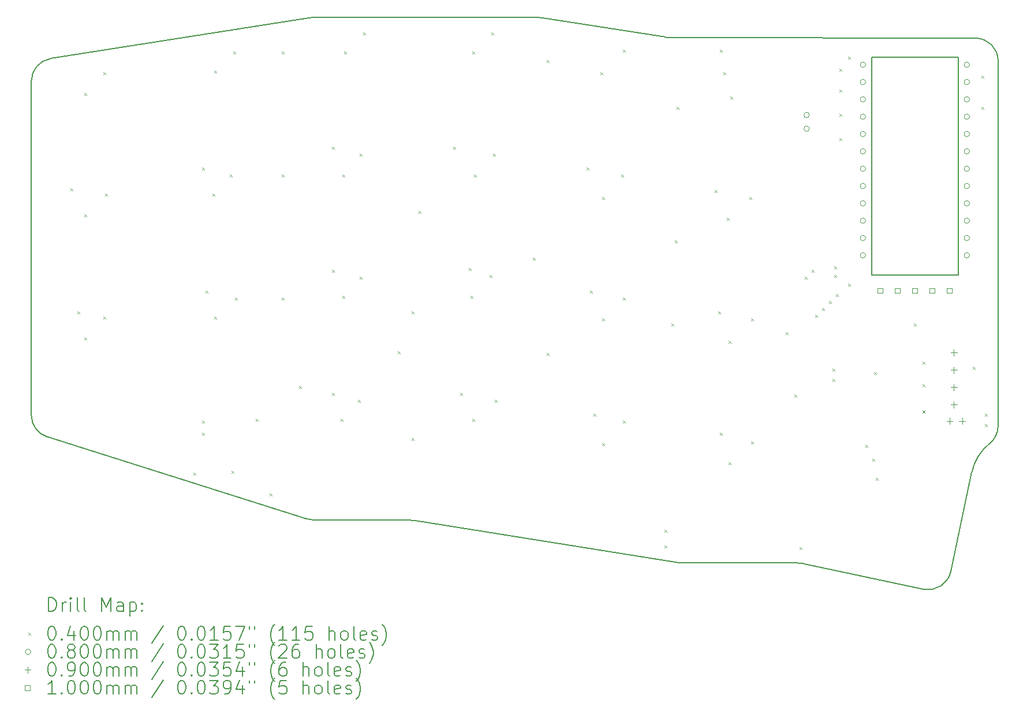
<source format=gbr>
%TF.GenerationSoftware,KiCad,Pcbnew,7.0.5-0*%
%TF.CreationDate,2023-09-10T21:21:50+09:30*%
%TF.ProjectId,Rolio,526f6c69-6f2e-46b6-9963-61645f706362,rev?*%
%TF.SameCoordinates,Original*%
%TF.FileFunction,Drillmap*%
%TF.FilePolarity,Positive*%
%FSLAX45Y45*%
G04 Gerber Fmt 4.5, Leading zero omitted, Abs format (unit mm)*
G04 Created by KiCad (PCBNEW 7.0.5-0) date 2023-09-10 21:21:50*
%MOMM*%
%LPD*%
G01*
G04 APERTURE LIST*
%ADD10C,0.150000*%
%ADD11C,0.200000*%
%ADD12C,0.040000*%
%ADD13C,0.080000*%
%ADD14C,0.090000*%
%ADD15C,0.100000*%
G04 APERTURE END LIST*
D10*
X16590011Y-11248599D02*
X18339407Y-11620445D01*
X19431000Y-9225412D02*
X19431000Y-3880988D01*
X14698941Y-11228323D02*
G75*
G03*
X14751915Y-11232538I52979J330843D01*
G01*
X18736737Y-11362416D02*
X19045931Y-9907769D01*
X17578500Y-7016379D02*
X18848500Y-7016379D01*
X19305412Y-9486890D02*
G75*
G03*
X19431000Y-9225412I-209392J261470D01*
G01*
X9320664Y-3249080D02*
X5534741Y-3846637D01*
X14550986Y-3533613D02*
X12748276Y-3249080D01*
X16437196Y-11232538D02*
X14751915Y-11232538D01*
X10880318Y-10616785D02*
X14698941Y-11228323D01*
X16590011Y-11248599D02*
G75*
G03*
X16437196Y-11232538I-152811J-718921D01*
G01*
X19305412Y-9486891D02*
G75*
G03*
X19045931Y-9907769I459468J-573699D01*
G01*
X10880318Y-10616786D02*
G75*
G03*
X10764092Y-10607538I-116218J-725614D01*
G01*
X9291175Y-10592011D02*
X5486165Y-9391401D01*
X9291175Y-10592010D02*
G75*
G03*
X9391979Y-10607538I100805J319450D01*
G01*
X10764092Y-10607538D02*
X9391979Y-10607538D01*
X14665016Y-3542601D02*
X19096256Y-3545988D01*
X18339407Y-11620445D02*
G75*
G03*
X18736737Y-11362416I69653J327675D01*
G01*
X5251966Y-9071927D02*
G75*
G03*
X5486165Y-9391401I334994J-3D01*
G01*
X12748276Y-3249079D02*
G75*
G03*
X12664866Y-3242538I-83406J-528431D01*
G01*
X14550986Y-3533614D02*
G75*
G03*
X14665016Y-3542601I114594J726054D01*
G01*
X17578500Y-7016379D02*
X17578500Y-3825379D01*
X9404074Y-3242537D02*
G75*
G03*
X9320664Y-3249080I-4J-534903D01*
G01*
X5251970Y-9071927D02*
X5251970Y-4177541D01*
X18848500Y-3825379D02*
X18848500Y-7016379D01*
X19431002Y-3880988D02*
G75*
G03*
X19096256Y-3545988I-335002J-2D01*
G01*
X17578500Y-3825379D02*
X18848500Y-3825379D01*
X9404074Y-3242538D02*
X12664866Y-3242538D01*
X5534742Y-3846638D02*
G75*
G03*
X5251970Y-4177541I52222J-330897D01*
G01*
D11*
D12*
X5822000Y-5745800D02*
X5862000Y-5785800D01*
X5862000Y-5745800D02*
X5822000Y-5785800D01*
X5923600Y-7549200D02*
X5963600Y-7589200D01*
X5963600Y-7549200D02*
X5923600Y-7589200D01*
X6025200Y-4348800D02*
X6065200Y-4388800D01*
X6065200Y-4348800D02*
X6025200Y-4388800D01*
X6025200Y-6126800D02*
X6065200Y-6166800D01*
X6065200Y-6126800D02*
X6025200Y-6166800D01*
X6025200Y-7930200D02*
X6065200Y-7970200D01*
X6065200Y-7930200D02*
X6025200Y-7970200D01*
X6304600Y-4044000D02*
X6344600Y-4084000D01*
X6344600Y-4044000D02*
X6304600Y-4084000D01*
X6304600Y-7625400D02*
X6344600Y-7665400D01*
X6344600Y-7625400D02*
X6304600Y-7665400D01*
X6330000Y-5822000D02*
X6370000Y-5862000D01*
X6370000Y-5822000D02*
X6330000Y-5862000D01*
X7625400Y-9911400D02*
X7665400Y-9951400D01*
X7665400Y-9911400D02*
X7625400Y-9951400D01*
X7752400Y-5441000D02*
X7792400Y-5481000D01*
X7792400Y-5441000D02*
X7752400Y-5481000D01*
X7752400Y-9149400D02*
X7792400Y-9189400D01*
X7792400Y-9149400D02*
X7752400Y-9189400D01*
X7752400Y-9327200D02*
X7792400Y-9367200D01*
X7792400Y-9327200D02*
X7752400Y-9367200D01*
X7803200Y-7244400D02*
X7843200Y-7284400D01*
X7843200Y-7244400D02*
X7803200Y-7284400D01*
X7904800Y-5822000D02*
X7944800Y-5862000D01*
X7944800Y-5822000D02*
X7904800Y-5862000D01*
X7930200Y-4018600D02*
X7970200Y-4058600D01*
X7970200Y-4018600D02*
X7930200Y-4058600D01*
X7930200Y-7625400D02*
X7970200Y-7665400D01*
X7970200Y-7625400D02*
X7930200Y-7665400D01*
X8158800Y-5542600D02*
X8198800Y-5582600D01*
X8198800Y-5542600D02*
X8158800Y-5582600D01*
X8184200Y-9886000D02*
X8224200Y-9926000D01*
X8224200Y-9886000D02*
X8184200Y-9926000D01*
X8209600Y-3739200D02*
X8249600Y-3779200D01*
X8249600Y-3739200D02*
X8209600Y-3779200D01*
X8235000Y-7346000D02*
X8275000Y-7386000D01*
X8275000Y-7346000D02*
X8235000Y-7386000D01*
X8539800Y-9124000D02*
X8579800Y-9164000D01*
X8579800Y-9124000D02*
X8539800Y-9164000D01*
X8743000Y-10216200D02*
X8783000Y-10256200D01*
X8783000Y-10216200D02*
X8743000Y-10256200D01*
X8920800Y-3739200D02*
X8960800Y-3779200D01*
X8960800Y-3739200D02*
X8920800Y-3779200D01*
X8920800Y-5542600D02*
X8960800Y-5582600D01*
X8960800Y-5542600D02*
X8920800Y-5582600D01*
X8920800Y-7346000D02*
X8960800Y-7386000D01*
X8960800Y-7346000D02*
X8920800Y-7386000D01*
X9174800Y-8641400D02*
X9214800Y-8681400D01*
X9214800Y-8641400D02*
X9174800Y-8681400D01*
X9657400Y-5136200D02*
X9697400Y-5176200D01*
X9697400Y-5136200D02*
X9657400Y-5176200D01*
X9657400Y-6939600D02*
X9697400Y-6979600D01*
X9697400Y-6939600D02*
X9657400Y-6979600D01*
X9657400Y-8743000D02*
X9697400Y-8783000D01*
X9697400Y-8743000D02*
X9657400Y-8783000D01*
X9784400Y-9124000D02*
X9824400Y-9164000D01*
X9824400Y-9124000D02*
X9784400Y-9164000D01*
X9809800Y-5542600D02*
X9849800Y-5582600D01*
X9849800Y-5542600D02*
X9809800Y-5582600D01*
X9809800Y-7320600D02*
X9849800Y-7360600D01*
X9849800Y-7320600D02*
X9809800Y-7360600D01*
X9835200Y-3739200D02*
X9875200Y-3779200D01*
X9875200Y-3739200D02*
X9835200Y-3779200D01*
X10038400Y-8844600D02*
X10078400Y-8884600D01*
X10078400Y-8844600D02*
X10038400Y-8884600D01*
X10063800Y-5237800D02*
X10103800Y-5277800D01*
X10103800Y-5237800D02*
X10063800Y-5277800D01*
X10063800Y-7041200D02*
X10103800Y-7081200D01*
X10103800Y-7041200D02*
X10063800Y-7081200D01*
X10114600Y-3459800D02*
X10154600Y-3499800D01*
X10154600Y-3459800D02*
X10114600Y-3499800D01*
X10622600Y-8133400D02*
X10662600Y-8173400D01*
X10662600Y-8133400D02*
X10622600Y-8173400D01*
X10825800Y-7549200D02*
X10865800Y-7589200D01*
X10865800Y-7549200D02*
X10825800Y-7589200D01*
X10825800Y-9403400D02*
X10865800Y-9443400D01*
X10865800Y-9403400D02*
X10825800Y-9443400D01*
X10927400Y-6076000D02*
X10967400Y-6116000D01*
X10967400Y-6076000D02*
X10927400Y-6116000D01*
X11435400Y-5136200D02*
X11475400Y-5176200D01*
X11475400Y-5136200D02*
X11435400Y-5176200D01*
X11537000Y-8743000D02*
X11577000Y-8783000D01*
X11577000Y-8743000D02*
X11537000Y-8783000D01*
X11664000Y-6914200D02*
X11704000Y-6954200D01*
X11704000Y-6914200D02*
X11664000Y-6954200D01*
X11689400Y-7320600D02*
X11729400Y-7360600D01*
X11729400Y-7320600D02*
X11689400Y-7360600D01*
X11714800Y-3739200D02*
X11754800Y-3779200D01*
X11754800Y-3739200D02*
X11714800Y-3779200D01*
X11714800Y-9124000D02*
X11754800Y-9164000D01*
X11754800Y-9124000D02*
X11714800Y-9164000D01*
X11740200Y-5542600D02*
X11780200Y-5582600D01*
X11780200Y-5542600D02*
X11740200Y-5582600D01*
X11968800Y-7015800D02*
X12008800Y-7055800D01*
X12008800Y-7015800D02*
X11968800Y-7055800D01*
X11994200Y-3459800D02*
X12034200Y-3499800D01*
X12034200Y-3459800D02*
X11994200Y-3499800D01*
X12019600Y-5237800D02*
X12059600Y-5277800D01*
X12059600Y-5237800D02*
X12019600Y-5277800D01*
X12045000Y-8844600D02*
X12085000Y-8884600D01*
X12085000Y-8844600D02*
X12045000Y-8884600D01*
X12603800Y-6761800D02*
X12643800Y-6801800D01*
X12643800Y-6761800D02*
X12603800Y-6801800D01*
X12807000Y-3866200D02*
X12847000Y-3906200D01*
X12847000Y-3866200D02*
X12807000Y-3906200D01*
X12807000Y-8158800D02*
X12847000Y-8198800D01*
X12847000Y-8158800D02*
X12807000Y-8198800D01*
X13391200Y-5441000D02*
X13431200Y-5481000D01*
X13431200Y-5441000D02*
X13391200Y-5481000D01*
X13442000Y-7244400D02*
X13482000Y-7284400D01*
X13482000Y-7244400D02*
X13442000Y-7284400D01*
X13492800Y-9047800D02*
X13532800Y-9087800D01*
X13532800Y-9047800D02*
X13492800Y-9087800D01*
X13594400Y-4044000D02*
X13634400Y-4084000D01*
X13634400Y-4044000D02*
X13594400Y-4084000D01*
X13619800Y-5872800D02*
X13659800Y-5912800D01*
X13659800Y-5872800D02*
X13619800Y-5912800D01*
X13619800Y-7650800D02*
X13659800Y-7690800D01*
X13659800Y-7650800D02*
X13619800Y-7690800D01*
X13619800Y-9479600D02*
X13659800Y-9519600D01*
X13659800Y-9479600D02*
X13619800Y-9519600D01*
X13899200Y-5542600D02*
X13939200Y-5582600D01*
X13939200Y-5542600D02*
X13899200Y-5582600D01*
X13924600Y-3713800D02*
X13964600Y-3753800D01*
X13964600Y-3713800D02*
X13924600Y-3753800D01*
X13924600Y-7346000D02*
X13964600Y-7386000D01*
X13964600Y-7346000D02*
X13924600Y-7386000D01*
X13924600Y-9149400D02*
X13964600Y-9189400D01*
X13964600Y-9149400D02*
X13924600Y-9189400D01*
X14534200Y-10749600D02*
X14574200Y-10789600D01*
X14574200Y-10749600D02*
X14534200Y-10789600D01*
X14534200Y-10978200D02*
X14574200Y-11018200D01*
X14574200Y-10978200D02*
X14534200Y-11018200D01*
X14635800Y-7727000D02*
X14675800Y-7767000D01*
X14675800Y-7727000D02*
X14635800Y-7767000D01*
X14686600Y-6507800D02*
X14726600Y-6547800D01*
X14726600Y-6507800D02*
X14686600Y-6547800D01*
X14712000Y-4552000D02*
X14752000Y-4592000D01*
X14752000Y-4552000D02*
X14712000Y-4592000D01*
X15270800Y-5771200D02*
X15310800Y-5811200D01*
X15310800Y-5771200D02*
X15270800Y-5811200D01*
X15321600Y-7549200D02*
X15361600Y-7589200D01*
X15361600Y-7549200D02*
X15321600Y-7589200D01*
X15347000Y-3713800D02*
X15387000Y-3753800D01*
X15387000Y-3713800D02*
X15347000Y-3753800D01*
X15347000Y-9327200D02*
X15387000Y-9367200D01*
X15387000Y-9327200D02*
X15347000Y-9367200D01*
X15397800Y-4044000D02*
X15437800Y-4084000D01*
X15437800Y-4044000D02*
X15397800Y-4084000D01*
X15448600Y-6177600D02*
X15488600Y-6217600D01*
X15488600Y-6177600D02*
X15448600Y-6217600D01*
X15474000Y-7981000D02*
X15514000Y-8021000D01*
X15514000Y-7981000D02*
X15474000Y-8021000D01*
X15474000Y-9759000D02*
X15514000Y-9799000D01*
X15514000Y-9759000D02*
X15474000Y-9799000D01*
X15499400Y-4399600D02*
X15539400Y-4439600D01*
X15539400Y-4399600D02*
X15499400Y-4439600D01*
X15778800Y-5872800D02*
X15818800Y-5912800D01*
X15818800Y-5872800D02*
X15778800Y-5912800D01*
X15804200Y-7650800D02*
X15844200Y-7690800D01*
X15844200Y-7650800D02*
X15804200Y-7690800D01*
X15804200Y-9454200D02*
X15844200Y-9494200D01*
X15844200Y-9454200D02*
X15804200Y-9494200D01*
X16312200Y-7854000D02*
X16352200Y-7894000D01*
X16352200Y-7854000D02*
X16312200Y-7894000D01*
X16439200Y-8768400D02*
X16479200Y-8808400D01*
X16479200Y-8768400D02*
X16439200Y-8808400D01*
X16515400Y-11003600D02*
X16555400Y-11043600D01*
X16555400Y-11003600D02*
X16515400Y-11043600D01*
X16591600Y-7041200D02*
X16631600Y-7081200D01*
X16631600Y-7041200D02*
X16591600Y-7081200D01*
X16693200Y-6939600D02*
X16733200Y-6979600D01*
X16733200Y-6939600D02*
X16693200Y-6979600D01*
X16744000Y-7600000D02*
X16784000Y-7640000D01*
X16784000Y-7600000D02*
X16744000Y-7640000D01*
X16845600Y-7498400D02*
X16885600Y-7538400D01*
X16885600Y-7498400D02*
X16845600Y-7538400D01*
X16947200Y-7396800D02*
X16987200Y-7436800D01*
X16987200Y-7396800D02*
X16947200Y-7436800D01*
X16998000Y-8387400D02*
X17038000Y-8427400D01*
X17038000Y-8387400D02*
X16998000Y-8427400D01*
X16998000Y-8539800D02*
X17038000Y-8579800D01*
X17038000Y-8539800D02*
X16998000Y-8579800D01*
X17023400Y-6888800D02*
X17063400Y-6928800D01*
X17063400Y-6888800D02*
X17023400Y-6928800D01*
X17023400Y-7015800D02*
X17063400Y-7055800D01*
X17063400Y-7015800D02*
X17023400Y-7055800D01*
X17048800Y-7295200D02*
X17088800Y-7335200D01*
X17088800Y-7295200D02*
X17048800Y-7335200D01*
X17099600Y-3993200D02*
X17139600Y-4033200D01*
X17139600Y-3993200D02*
X17099600Y-4033200D01*
X17099600Y-4298000D02*
X17139600Y-4338000D01*
X17139600Y-4298000D02*
X17099600Y-4338000D01*
X17099600Y-4653600D02*
X17139600Y-4693600D01*
X17139600Y-4653600D02*
X17099600Y-4693600D01*
X17099600Y-5009200D02*
X17139600Y-5049200D01*
X17139600Y-5009200D02*
X17099600Y-5049200D01*
X17226600Y-3815400D02*
X17266600Y-3855400D01*
X17266600Y-3815400D02*
X17226600Y-3855400D01*
X17226600Y-7142800D02*
X17266600Y-7182800D01*
X17266600Y-7142800D02*
X17226600Y-7182800D01*
X17480600Y-9505000D02*
X17520600Y-9545000D01*
X17520600Y-9505000D02*
X17480600Y-9545000D01*
X17582200Y-9708200D02*
X17622200Y-9748200D01*
X17622200Y-9708200D02*
X17582200Y-9748200D01*
X17607600Y-8438200D02*
X17647600Y-8478200D01*
X17647600Y-8438200D02*
X17607600Y-8478200D01*
X17633000Y-9987600D02*
X17673000Y-10027600D01*
X17673000Y-9987600D02*
X17633000Y-10027600D01*
X18191800Y-7727000D02*
X18231800Y-7767000D01*
X18231800Y-7727000D02*
X18191800Y-7767000D01*
X18319828Y-8285800D02*
X18359828Y-8325800D01*
X18359828Y-8285800D02*
X18319828Y-8325800D01*
X18319828Y-8616000D02*
X18359828Y-8656000D01*
X18359828Y-8616000D02*
X18319828Y-8656000D01*
X18319828Y-9003045D02*
X18359828Y-9043045D01*
X18359828Y-9003045D02*
X18319828Y-9043045D01*
X19055400Y-8362000D02*
X19095400Y-8402000D01*
X19095400Y-8362000D02*
X19055400Y-8402000D01*
X19182400Y-4094800D02*
X19222400Y-4134800D01*
X19222400Y-4094800D02*
X19182400Y-4134800D01*
X19182400Y-4552000D02*
X19222400Y-4592000D01*
X19222400Y-4552000D02*
X19182400Y-4592000D01*
X19233200Y-9047800D02*
X19273200Y-9087800D01*
X19273200Y-9047800D02*
X19233200Y-9087800D01*
X19233200Y-9200200D02*
X19273200Y-9240200D01*
X19273200Y-9200200D02*
X19233200Y-9240200D01*
D13*
X16662820Y-4673600D02*
G75*
G03*
X16662820Y-4673600I-40000J0D01*
G01*
X16662820Y-4873600D02*
G75*
G03*
X16662820Y-4873600I-40000J0D01*
G01*
X17487240Y-3936000D02*
G75*
G03*
X17487240Y-3936000I-40000J0D01*
G01*
X17487240Y-4190000D02*
G75*
G03*
X17487240Y-4190000I-40000J0D01*
G01*
X17487240Y-4444000D02*
G75*
G03*
X17487240Y-4444000I-40000J0D01*
G01*
X17487240Y-4698000D02*
G75*
G03*
X17487240Y-4698000I-40000J0D01*
G01*
X17487240Y-4952000D02*
G75*
G03*
X17487240Y-4952000I-40000J0D01*
G01*
X17487240Y-5206000D02*
G75*
G03*
X17487240Y-5206000I-40000J0D01*
G01*
X17487240Y-5460000D02*
G75*
G03*
X17487240Y-5460000I-40000J0D01*
G01*
X17487240Y-5714000D02*
G75*
G03*
X17487240Y-5714000I-40000J0D01*
G01*
X17487240Y-5968000D02*
G75*
G03*
X17487240Y-5968000I-40000J0D01*
G01*
X17487240Y-6222000D02*
G75*
G03*
X17487240Y-6222000I-40000J0D01*
G01*
X17487240Y-6476000D02*
G75*
G03*
X17487240Y-6476000I-40000J0D01*
G01*
X17487240Y-6730000D02*
G75*
G03*
X17487240Y-6730000I-40000J0D01*
G01*
X19011240Y-3936000D02*
G75*
G03*
X19011240Y-3936000I-40000J0D01*
G01*
X19011240Y-4190000D02*
G75*
G03*
X19011240Y-4190000I-40000J0D01*
G01*
X19011240Y-4444000D02*
G75*
G03*
X19011240Y-4444000I-40000J0D01*
G01*
X19011240Y-4698000D02*
G75*
G03*
X19011240Y-4698000I-40000J0D01*
G01*
X19011240Y-4952000D02*
G75*
G03*
X19011240Y-4952000I-40000J0D01*
G01*
X19011240Y-5206000D02*
G75*
G03*
X19011240Y-5206000I-40000J0D01*
G01*
X19011240Y-5460000D02*
G75*
G03*
X19011240Y-5460000I-40000J0D01*
G01*
X19011240Y-5714000D02*
G75*
G03*
X19011240Y-5714000I-40000J0D01*
G01*
X19011240Y-5968000D02*
G75*
G03*
X19011240Y-5968000I-40000J0D01*
G01*
X19011240Y-6222000D02*
G75*
G03*
X19011240Y-6222000I-40000J0D01*
G01*
X19011240Y-6476000D02*
G75*
G03*
X19011240Y-6476000I-40000J0D01*
G01*
X19011240Y-6730000D02*
G75*
G03*
X19011240Y-6730000I-40000J0D01*
G01*
D14*
X18719740Y-9112000D02*
X18719740Y-9202000D01*
X18674740Y-9157000D02*
X18764740Y-9157000D01*
X18782240Y-8111000D02*
X18782240Y-8201000D01*
X18737240Y-8156000D02*
X18827240Y-8156000D01*
X18782240Y-8365000D02*
X18782240Y-8455000D01*
X18737240Y-8410000D02*
X18827240Y-8410000D01*
X18782240Y-8619000D02*
X18782240Y-8709000D01*
X18737240Y-8664000D02*
X18827240Y-8664000D01*
X18782240Y-8873000D02*
X18782240Y-8963000D01*
X18737240Y-8918000D02*
X18827240Y-8918000D01*
X18904740Y-9112000D02*
X18904740Y-9202000D01*
X18859740Y-9157000D02*
X18949740Y-9157000D01*
D15*
X17736596Y-7282356D02*
X17736596Y-7211644D01*
X17665884Y-7211644D01*
X17665884Y-7282356D01*
X17736596Y-7282356D01*
X17990596Y-7282356D02*
X17990596Y-7211644D01*
X17919884Y-7211644D01*
X17919884Y-7282356D01*
X17990596Y-7282356D01*
X18244596Y-7282356D02*
X18244596Y-7211644D01*
X18173884Y-7211644D01*
X18173884Y-7282356D01*
X18244596Y-7282356D01*
X18498596Y-7282356D02*
X18498596Y-7211644D01*
X18427884Y-7211644D01*
X18427884Y-7282356D01*
X18498596Y-7282356D01*
X18752596Y-7282356D02*
X18752596Y-7211644D01*
X18681884Y-7211644D01*
X18681884Y-7282356D01*
X18752596Y-7282356D01*
D11*
X5505243Y-11946750D02*
X5505243Y-11746750D01*
X5505243Y-11746750D02*
X5552862Y-11746750D01*
X5552862Y-11746750D02*
X5581433Y-11756274D01*
X5581433Y-11756274D02*
X5600481Y-11775322D01*
X5600481Y-11775322D02*
X5610004Y-11794369D01*
X5610004Y-11794369D02*
X5619528Y-11832464D01*
X5619528Y-11832464D02*
X5619528Y-11861036D01*
X5619528Y-11861036D02*
X5610004Y-11899131D01*
X5610004Y-11899131D02*
X5600481Y-11918179D01*
X5600481Y-11918179D02*
X5581433Y-11937226D01*
X5581433Y-11937226D02*
X5552862Y-11946750D01*
X5552862Y-11946750D02*
X5505243Y-11946750D01*
X5705243Y-11946750D02*
X5705243Y-11813417D01*
X5705243Y-11851512D02*
X5714766Y-11832464D01*
X5714766Y-11832464D02*
X5724290Y-11822941D01*
X5724290Y-11822941D02*
X5743338Y-11813417D01*
X5743338Y-11813417D02*
X5762385Y-11813417D01*
X5829052Y-11946750D02*
X5829052Y-11813417D01*
X5829052Y-11746750D02*
X5819528Y-11756274D01*
X5819528Y-11756274D02*
X5829052Y-11765798D01*
X5829052Y-11765798D02*
X5838576Y-11756274D01*
X5838576Y-11756274D02*
X5829052Y-11746750D01*
X5829052Y-11746750D02*
X5829052Y-11765798D01*
X5952862Y-11946750D02*
X5933814Y-11937226D01*
X5933814Y-11937226D02*
X5924290Y-11918179D01*
X5924290Y-11918179D02*
X5924290Y-11746750D01*
X6057623Y-11946750D02*
X6038576Y-11937226D01*
X6038576Y-11937226D02*
X6029052Y-11918179D01*
X6029052Y-11918179D02*
X6029052Y-11746750D01*
X6286195Y-11946750D02*
X6286195Y-11746750D01*
X6286195Y-11746750D02*
X6352862Y-11889607D01*
X6352862Y-11889607D02*
X6419528Y-11746750D01*
X6419528Y-11746750D02*
X6419528Y-11946750D01*
X6600481Y-11946750D02*
X6600481Y-11841988D01*
X6600481Y-11841988D02*
X6590957Y-11822941D01*
X6590957Y-11822941D02*
X6571909Y-11813417D01*
X6571909Y-11813417D02*
X6533814Y-11813417D01*
X6533814Y-11813417D02*
X6514766Y-11822941D01*
X6600481Y-11937226D02*
X6581433Y-11946750D01*
X6581433Y-11946750D02*
X6533814Y-11946750D01*
X6533814Y-11946750D02*
X6514766Y-11937226D01*
X6514766Y-11937226D02*
X6505243Y-11918179D01*
X6505243Y-11918179D02*
X6505243Y-11899131D01*
X6505243Y-11899131D02*
X6514766Y-11880083D01*
X6514766Y-11880083D02*
X6533814Y-11870560D01*
X6533814Y-11870560D02*
X6581433Y-11870560D01*
X6581433Y-11870560D02*
X6600481Y-11861036D01*
X6695719Y-11813417D02*
X6695719Y-12013417D01*
X6695719Y-11822941D02*
X6714766Y-11813417D01*
X6714766Y-11813417D02*
X6752862Y-11813417D01*
X6752862Y-11813417D02*
X6771909Y-11822941D01*
X6771909Y-11822941D02*
X6781433Y-11832464D01*
X6781433Y-11832464D02*
X6790957Y-11851512D01*
X6790957Y-11851512D02*
X6790957Y-11908655D01*
X6790957Y-11908655D02*
X6781433Y-11927702D01*
X6781433Y-11927702D02*
X6771909Y-11937226D01*
X6771909Y-11937226D02*
X6752862Y-11946750D01*
X6752862Y-11946750D02*
X6714766Y-11946750D01*
X6714766Y-11946750D02*
X6695719Y-11937226D01*
X6876671Y-11927702D02*
X6886195Y-11937226D01*
X6886195Y-11937226D02*
X6876671Y-11946750D01*
X6876671Y-11946750D02*
X6867147Y-11937226D01*
X6867147Y-11937226D02*
X6876671Y-11927702D01*
X6876671Y-11927702D02*
X6876671Y-11946750D01*
X6876671Y-11822941D02*
X6886195Y-11832464D01*
X6886195Y-11832464D02*
X6876671Y-11841988D01*
X6876671Y-11841988D02*
X6867147Y-11832464D01*
X6867147Y-11832464D02*
X6876671Y-11822941D01*
X6876671Y-11822941D02*
X6876671Y-11841988D01*
D12*
X5204466Y-12255266D02*
X5244466Y-12295266D01*
X5244466Y-12255266D02*
X5204466Y-12295266D01*
D11*
X5543338Y-12166750D02*
X5562386Y-12166750D01*
X5562386Y-12166750D02*
X5581433Y-12176274D01*
X5581433Y-12176274D02*
X5590957Y-12185798D01*
X5590957Y-12185798D02*
X5600481Y-12204845D01*
X5600481Y-12204845D02*
X5610004Y-12242941D01*
X5610004Y-12242941D02*
X5610004Y-12290560D01*
X5610004Y-12290560D02*
X5600481Y-12328655D01*
X5600481Y-12328655D02*
X5590957Y-12347702D01*
X5590957Y-12347702D02*
X5581433Y-12357226D01*
X5581433Y-12357226D02*
X5562386Y-12366750D01*
X5562386Y-12366750D02*
X5543338Y-12366750D01*
X5543338Y-12366750D02*
X5524290Y-12357226D01*
X5524290Y-12357226D02*
X5514766Y-12347702D01*
X5514766Y-12347702D02*
X5505243Y-12328655D01*
X5505243Y-12328655D02*
X5495719Y-12290560D01*
X5495719Y-12290560D02*
X5495719Y-12242941D01*
X5495719Y-12242941D02*
X5505243Y-12204845D01*
X5505243Y-12204845D02*
X5514766Y-12185798D01*
X5514766Y-12185798D02*
X5524290Y-12176274D01*
X5524290Y-12176274D02*
X5543338Y-12166750D01*
X5695719Y-12347702D02*
X5705243Y-12357226D01*
X5705243Y-12357226D02*
X5695719Y-12366750D01*
X5695719Y-12366750D02*
X5686195Y-12357226D01*
X5686195Y-12357226D02*
X5695719Y-12347702D01*
X5695719Y-12347702D02*
X5695719Y-12366750D01*
X5876671Y-12233417D02*
X5876671Y-12366750D01*
X5829052Y-12157226D02*
X5781433Y-12300083D01*
X5781433Y-12300083D02*
X5905243Y-12300083D01*
X6019528Y-12166750D02*
X6038576Y-12166750D01*
X6038576Y-12166750D02*
X6057624Y-12176274D01*
X6057624Y-12176274D02*
X6067147Y-12185798D01*
X6067147Y-12185798D02*
X6076671Y-12204845D01*
X6076671Y-12204845D02*
X6086195Y-12242941D01*
X6086195Y-12242941D02*
X6086195Y-12290560D01*
X6086195Y-12290560D02*
X6076671Y-12328655D01*
X6076671Y-12328655D02*
X6067147Y-12347702D01*
X6067147Y-12347702D02*
X6057624Y-12357226D01*
X6057624Y-12357226D02*
X6038576Y-12366750D01*
X6038576Y-12366750D02*
X6019528Y-12366750D01*
X6019528Y-12366750D02*
X6000481Y-12357226D01*
X6000481Y-12357226D02*
X5990957Y-12347702D01*
X5990957Y-12347702D02*
X5981433Y-12328655D01*
X5981433Y-12328655D02*
X5971909Y-12290560D01*
X5971909Y-12290560D02*
X5971909Y-12242941D01*
X5971909Y-12242941D02*
X5981433Y-12204845D01*
X5981433Y-12204845D02*
X5990957Y-12185798D01*
X5990957Y-12185798D02*
X6000481Y-12176274D01*
X6000481Y-12176274D02*
X6019528Y-12166750D01*
X6210004Y-12166750D02*
X6229052Y-12166750D01*
X6229052Y-12166750D02*
X6248100Y-12176274D01*
X6248100Y-12176274D02*
X6257624Y-12185798D01*
X6257624Y-12185798D02*
X6267147Y-12204845D01*
X6267147Y-12204845D02*
X6276671Y-12242941D01*
X6276671Y-12242941D02*
X6276671Y-12290560D01*
X6276671Y-12290560D02*
X6267147Y-12328655D01*
X6267147Y-12328655D02*
X6257624Y-12347702D01*
X6257624Y-12347702D02*
X6248100Y-12357226D01*
X6248100Y-12357226D02*
X6229052Y-12366750D01*
X6229052Y-12366750D02*
X6210004Y-12366750D01*
X6210004Y-12366750D02*
X6190957Y-12357226D01*
X6190957Y-12357226D02*
X6181433Y-12347702D01*
X6181433Y-12347702D02*
X6171909Y-12328655D01*
X6171909Y-12328655D02*
X6162385Y-12290560D01*
X6162385Y-12290560D02*
X6162385Y-12242941D01*
X6162385Y-12242941D02*
X6171909Y-12204845D01*
X6171909Y-12204845D02*
X6181433Y-12185798D01*
X6181433Y-12185798D02*
X6190957Y-12176274D01*
X6190957Y-12176274D02*
X6210004Y-12166750D01*
X6362385Y-12366750D02*
X6362385Y-12233417D01*
X6362385Y-12252464D02*
X6371909Y-12242941D01*
X6371909Y-12242941D02*
X6390957Y-12233417D01*
X6390957Y-12233417D02*
X6419528Y-12233417D01*
X6419528Y-12233417D02*
X6438576Y-12242941D01*
X6438576Y-12242941D02*
X6448100Y-12261988D01*
X6448100Y-12261988D02*
X6448100Y-12366750D01*
X6448100Y-12261988D02*
X6457624Y-12242941D01*
X6457624Y-12242941D02*
X6476671Y-12233417D01*
X6476671Y-12233417D02*
X6505243Y-12233417D01*
X6505243Y-12233417D02*
X6524290Y-12242941D01*
X6524290Y-12242941D02*
X6533814Y-12261988D01*
X6533814Y-12261988D02*
X6533814Y-12366750D01*
X6629052Y-12366750D02*
X6629052Y-12233417D01*
X6629052Y-12252464D02*
X6638576Y-12242941D01*
X6638576Y-12242941D02*
X6657624Y-12233417D01*
X6657624Y-12233417D02*
X6686195Y-12233417D01*
X6686195Y-12233417D02*
X6705243Y-12242941D01*
X6705243Y-12242941D02*
X6714766Y-12261988D01*
X6714766Y-12261988D02*
X6714766Y-12366750D01*
X6714766Y-12261988D02*
X6724290Y-12242941D01*
X6724290Y-12242941D02*
X6743338Y-12233417D01*
X6743338Y-12233417D02*
X6771909Y-12233417D01*
X6771909Y-12233417D02*
X6790957Y-12242941D01*
X6790957Y-12242941D02*
X6800481Y-12261988D01*
X6800481Y-12261988D02*
X6800481Y-12366750D01*
X7190957Y-12157226D02*
X7019528Y-12414369D01*
X7448100Y-12166750D02*
X7467148Y-12166750D01*
X7467148Y-12166750D02*
X7486195Y-12176274D01*
X7486195Y-12176274D02*
X7495719Y-12185798D01*
X7495719Y-12185798D02*
X7505243Y-12204845D01*
X7505243Y-12204845D02*
X7514767Y-12242941D01*
X7514767Y-12242941D02*
X7514767Y-12290560D01*
X7514767Y-12290560D02*
X7505243Y-12328655D01*
X7505243Y-12328655D02*
X7495719Y-12347702D01*
X7495719Y-12347702D02*
X7486195Y-12357226D01*
X7486195Y-12357226D02*
X7467148Y-12366750D01*
X7467148Y-12366750D02*
X7448100Y-12366750D01*
X7448100Y-12366750D02*
X7429052Y-12357226D01*
X7429052Y-12357226D02*
X7419528Y-12347702D01*
X7419528Y-12347702D02*
X7410005Y-12328655D01*
X7410005Y-12328655D02*
X7400481Y-12290560D01*
X7400481Y-12290560D02*
X7400481Y-12242941D01*
X7400481Y-12242941D02*
X7410005Y-12204845D01*
X7410005Y-12204845D02*
X7419528Y-12185798D01*
X7419528Y-12185798D02*
X7429052Y-12176274D01*
X7429052Y-12176274D02*
X7448100Y-12166750D01*
X7600481Y-12347702D02*
X7610005Y-12357226D01*
X7610005Y-12357226D02*
X7600481Y-12366750D01*
X7600481Y-12366750D02*
X7590957Y-12357226D01*
X7590957Y-12357226D02*
X7600481Y-12347702D01*
X7600481Y-12347702D02*
X7600481Y-12366750D01*
X7733814Y-12166750D02*
X7752862Y-12166750D01*
X7752862Y-12166750D02*
X7771909Y-12176274D01*
X7771909Y-12176274D02*
X7781433Y-12185798D01*
X7781433Y-12185798D02*
X7790957Y-12204845D01*
X7790957Y-12204845D02*
X7800481Y-12242941D01*
X7800481Y-12242941D02*
X7800481Y-12290560D01*
X7800481Y-12290560D02*
X7790957Y-12328655D01*
X7790957Y-12328655D02*
X7781433Y-12347702D01*
X7781433Y-12347702D02*
X7771909Y-12357226D01*
X7771909Y-12357226D02*
X7752862Y-12366750D01*
X7752862Y-12366750D02*
X7733814Y-12366750D01*
X7733814Y-12366750D02*
X7714767Y-12357226D01*
X7714767Y-12357226D02*
X7705243Y-12347702D01*
X7705243Y-12347702D02*
X7695719Y-12328655D01*
X7695719Y-12328655D02*
X7686195Y-12290560D01*
X7686195Y-12290560D02*
X7686195Y-12242941D01*
X7686195Y-12242941D02*
X7695719Y-12204845D01*
X7695719Y-12204845D02*
X7705243Y-12185798D01*
X7705243Y-12185798D02*
X7714767Y-12176274D01*
X7714767Y-12176274D02*
X7733814Y-12166750D01*
X7990957Y-12366750D02*
X7876671Y-12366750D01*
X7933814Y-12366750D02*
X7933814Y-12166750D01*
X7933814Y-12166750D02*
X7914767Y-12195322D01*
X7914767Y-12195322D02*
X7895719Y-12214369D01*
X7895719Y-12214369D02*
X7876671Y-12223893D01*
X8171909Y-12166750D02*
X8076671Y-12166750D01*
X8076671Y-12166750D02*
X8067148Y-12261988D01*
X8067148Y-12261988D02*
X8076671Y-12252464D01*
X8076671Y-12252464D02*
X8095719Y-12242941D01*
X8095719Y-12242941D02*
X8143338Y-12242941D01*
X8143338Y-12242941D02*
X8162386Y-12252464D01*
X8162386Y-12252464D02*
X8171909Y-12261988D01*
X8171909Y-12261988D02*
X8181433Y-12281036D01*
X8181433Y-12281036D02*
X8181433Y-12328655D01*
X8181433Y-12328655D02*
X8171909Y-12347702D01*
X8171909Y-12347702D02*
X8162386Y-12357226D01*
X8162386Y-12357226D02*
X8143338Y-12366750D01*
X8143338Y-12366750D02*
X8095719Y-12366750D01*
X8095719Y-12366750D02*
X8076671Y-12357226D01*
X8076671Y-12357226D02*
X8067148Y-12347702D01*
X8248100Y-12166750D02*
X8381433Y-12166750D01*
X8381433Y-12166750D02*
X8295719Y-12366750D01*
X8448100Y-12166750D02*
X8448100Y-12204845D01*
X8524291Y-12166750D02*
X8524291Y-12204845D01*
X8819529Y-12442941D02*
X8810005Y-12433417D01*
X8810005Y-12433417D02*
X8790957Y-12404845D01*
X8790957Y-12404845D02*
X8781433Y-12385798D01*
X8781433Y-12385798D02*
X8771910Y-12357226D01*
X8771910Y-12357226D02*
X8762386Y-12309607D01*
X8762386Y-12309607D02*
X8762386Y-12271512D01*
X8762386Y-12271512D02*
X8771910Y-12223893D01*
X8771910Y-12223893D02*
X8781433Y-12195322D01*
X8781433Y-12195322D02*
X8790957Y-12176274D01*
X8790957Y-12176274D02*
X8810005Y-12147702D01*
X8810005Y-12147702D02*
X8819529Y-12138179D01*
X9000481Y-12366750D02*
X8886195Y-12366750D01*
X8943338Y-12366750D02*
X8943338Y-12166750D01*
X8943338Y-12166750D02*
X8924291Y-12195322D01*
X8924291Y-12195322D02*
X8905243Y-12214369D01*
X8905243Y-12214369D02*
X8886195Y-12223893D01*
X9190957Y-12366750D02*
X9076672Y-12366750D01*
X9133814Y-12366750D02*
X9133814Y-12166750D01*
X9133814Y-12166750D02*
X9114767Y-12195322D01*
X9114767Y-12195322D02*
X9095719Y-12214369D01*
X9095719Y-12214369D02*
X9076672Y-12223893D01*
X9371910Y-12166750D02*
X9276672Y-12166750D01*
X9276672Y-12166750D02*
X9267148Y-12261988D01*
X9267148Y-12261988D02*
X9276672Y-12252464D01*
X9276672Y-12252464D02*
X9295719Y-12242941D01*
X9295719Y-12242941D02*
X9343338Y-12242941D01*
X9343338Y-12242941D02*
X9362386Y-12252464D01*
X9362386Y-12252464D02*
X9371910Y-12261988D01*
X9371910Y-12261988D02*
X9381433Y-12281036D01*
X9381433Y-12281036D02*
X9381433Y-12328655D01*
X9381433Y-12328655D02*
X9371910Y-12347702D01*
X9371910Y-12347702D02*
X9362386Y-12357226D01*
X9362386Y-12357226D02*
X9343338Y-12366750D01*
X9343338Y-12366750D02*
X9295719Y-12366750D01*
X9295719Y-12366750D02*
X9276672Y-12357226D01*
X9276672Y-12357226D02*
X9267148Y-12347702D01*
X9619529Y-12366750D02*
X9619529Y-12166750D01*
X9705243Y-12366750D02*
X9705243Y-12261988D01*
X9705243Y-12261988D02*
X9695719Y-12242941D01*
X9695719Y-12242941D02*
X9676672Y-12233417D01*
X9676672Y-12233417D02*
X9648100Y-12233417D01*
X9648100Y-12233417D02*
X9629053Y-12242941D01*
X9629053Y-12242941D02*
X9619529Y-12252464D01*
X9829053Y-12366750D02*
X9810005Y-12357226D01*
X9810005Y-12357226D02*
X9800481Y-12347702D01*
X9800481Y-12347702D02*
X9790957Y-12328655D01*
X9790957Y-12328655D02*
X9790957Y-12271512D01*
X9790957Y-12271512D02*
X9800481Y-12252464D01*
X9800481Y-12252464D02*
X9810005Y-12242941D01*
X9810005Y-12242941D02*
X9829053Y-12233417D01*
X9829053Y-12233417D02*
X9857624Y-12233417D01*
X9857624Y-12233417D02*
X9876672Y-12242941D01*
X9876672Y-12242941D02*
X9886195Y-12252464D01*
X9886195Y-12252464D02*
X9895719Y-12271512D01*
X9895719Y-12271512D02*
X9895719Y-12328655D01*
X9895719Y-12328655D02*
X9886195Y-12347702D01*
X9886195Y-12347702D02*
X9876672Y-12357226D01*
X9876672Y-12357226D02*
X9857624Y-12366750D01*
X9857624Y-12366750D02*
X9829053Y-12366750D01*
X10010005Y-12366750D02*
X9990957Y-12357226D01*
X9990957Y-12357226D02*
X9981434Y-12338179D01*
X9981434Y-12338179D02*
X9981434Y-12166750D01*
X10162386Y-12357226D02*
X10143338Y-12366750D01*
X10143338Y-12366750D02*
X10105243Y-12366750D01*
X10105243Y-12366750D02*
X10086195Y-12357226D01*
X10086195Y-12357226D02*
X10076672Y-12338179D01*
X10076672Y-12338179D02*
X10076672Y-12261988D01*
X10076672Y-12261988D02*
X10086195Y-12242941D01*
X10086195Y-12242941D02*
X10105243Y-12233417D01*
X10105243Y-12233417D02*
X10143338Y-12233417D01*
X10143338Y-12233417D02*
X10162386Y-12242941D01*
X10162386Y-12242941D02*
X10171910Y-12261988D01*
X10171910Y-12261988D02*
X10171910Y-12281036D01*
X10171910Y-12281036D02*
X10076672Y-12300083D01*
X10248100Y-12357226D02*
X10267148Y-12366750D01*
X10267148Y-12366750D02*
X10305243Y-12366750D01*
X10305243Y-12366750D02*
X10324291Y-12357226D01*
X10324291Y-12357226D02*
X10333815Y-12338179D01*
X10333815Y-12338179D02*
X10333815Y-12328655D01*
X10333815Y-12328655D02*
X10324291Y-12309607D01*
X10324291Y-12309607D02*
X10305243Y-12300083D01*
X10305243Y-12300083D02*
X10276672Y-12300083D01*
X10276672Y-12300083D02*
X10257624Y-12290560D01*
X10257624Y-12290560D02*
X10248100Y-12271512D01*
X10248100Y-12271512D02*
X10248100Y-12261988D01*
X10248100Y-12261988D02*
X10257624Y-12242941D01*
X10257624Y-12242941D02*
X10276672Y-12233417D01*
X10276672Y-12233417D02*
X10305243Y-12233417D01*
X10305243Y-12233417D02*
X10324291Y-12242941D01*
X10400481Y-12442941D02*
X10410005Y-12433417D01*
X10410005Y-12433417D02*
X10429053Y-12404845D01*
X10429053Y-12404845D02*
X10438576Y-12385798D01*
X10438576Y-12385798D02*
X10448100Y-12357226D01*
X10448100Y-12357226D02*
X10457624Y-12309607D01*
X10457624Y-12309607D02*
X10457624Y-12271512D01*
X10457624Y-12271512D02*
X10448100Y-12223893D01*
X10448100Y-12223893D02*
X10438576Y-12195322D01*
X10438576Y-12195322D02*
X10429053Y-12176274D01*
X10429053Y-12176274D02*
X10410005Y-12147702D01*
X10410005Y-12147702D02*
X10400481Y-12138179D01*
D13*
X5244466Y-12539266D02*
G75*
G03*
X5244466Y-12539266I-40000J0D01*
G01*
D11*
X5543338Y-12430750D02*
X5562386Y-12430750D01*
X5562386Y-12430750D02*
X5581433Y-12440274D01*
X5581433Y-12440274D02*
X5590957Y-12449798D01*
X5590957Y-12449798D02*
X5600481Y-12468845D01*
X5600481Y-12468845D02*
X5610004Y-12506941D01*
X5610004Y-12506941D02*
X5610004Y-12554560D01*
X5610004Y-12554560D02*
X5600481Y-12592655D01*
X5600481Y-12592655D02*
X5590957Y-12611702D01*
X5590957Y-12611702D02*
X5581433Y-12621226D01*
X5581433Y-12621226D02*
X5562386Y-12630750D01*
X5562386Y-12630750D02*
X5543338Y-12630750D01*
X5543338Y-12630750D02*
X5524290Y-12621226D01*
X5524290Y-12621226D02*
X5514766Y-12611702D01*
X5514766Y-12611702D02*
X5505243Y-12592655D01*
X5505243Y-12592655D02*
X5495719Y-12554560D01*
X5495719Y-12554560D02*
X5495719Y-12506941D01*
X5495719Y-12506941D02*
X5505243Y-12468845D01*
X5505243Y-12468845D02*
X5514766Y-12449798D01*
X5514766Y-12449798D02*
X5524290Y-12440274D01*
X5524290Y-12440274D02*
X5543338Y-12430750D01*
X5695719Y-12611702D02*
X5705243Y-12621226D01*
X5705243Y-12621226D02*
X5695719Y-12630750D01*
X5695719Y-12630750D02*
X5686195Y-12621226D01*
X5686195Y-12621226D02*
X5695719Y-12611702D01*
X5695719Y-12611702D02*
X5695719Y-12630750D01*
X5819528Y-12516464D02*
X5800481Y-12506941D01*
X5800481Y-12506941D02*
X5790957Y-12497417D01*
X5790957Y-12497417D02*
X5781433Y-12478369D01*
X5781433Y-12478369D02*
X5781433Y-12468845D01*
X5781433Y-12468845D02*
X5790957Y-12449798D01*
X5790957Y-12449798D02*
X5800481Y-12440274D01*
X5800481Y-12440274D02*
X5819528Y-12430750D01*
X5819528Y-12430750D02*
X5857624Y-12430750D01*
X5857624Y-12430750D02*
X5876671Y-12440274D01*
X5876671Y-12440274D02*
X5886195Y-12449798D01*
X5886195Y-12449798D02*
X5895719Y-12468845D01*
X5895719Y-12468845D02*
X5895719Y-12478369D01*
X5895719Y-12478369D02*
X5886195Y-12497417D01*
X5886195Y-12497417D02*
X5876671Y-12506941D01*
X5876671Y-12506941D02*
X5857624Y-12516464D01*
X5857624Y-12516464D02*
X5819528Y-12516464D01*
X5819528Y-12516464D02*
X5800481Y-12525988D01*
X5800481Y-12525988D02*
X5790957Y-12535512D01*
X5790957Y-12535512D02*
X5781433Y-12554560D01*
X5781433Y-12554560D02*
X5781433Y-12592655D01*
X5781433Y-12592655D02*
X5790957Y-12611702D01*
X5790957Y-12611702D02*
X5800481Y-12621226D01*
X5800481Y-12621226D02*
X5819528Y-12630750D01*
X5819528Y-12630750D02*
X5857624Y-12630750D01*
X5857624Y-12630750D02*
X5876671Y-12621226D01*
X5876671Y-12621226D02*
X5886195Y-12611702D01*
X5886195Y-12611702D02*
X5895719Y-12592655D01*
X5895719Y-12592655D02*
X5895719Y-12554560D01*
X5895719Y-12554560D02*
X5886195Y-12535512D01*
X5886195Y-12535512D02*
X5876671Y-12525988D01*
X5876671Y-12525988D02*
X5857624Y-12516464D01*
X6019528Y-12430750D02*
X6038576Y-12430750D01*
X6038576Y-12430750D02*
X6057624Y-12440274D01*
X6057624Y-12440274D02*
X6067147Y-12449798D01*
X6067147Y-12449798D02*
X6076671Y-12468845D01*
X6076671Y-12468845D02*
X6086195Y-12506941D01*
X6086195Y-12506941D02*
X6086195Y-12554560D01*
X6086195Y-12554560D02*
X6076671Y-12592655D01*
X6076671Y-12592655D02*
X6067147Y-12611702D01*
X6067147Y-12611702D02*
X6057624Y-12621226D01*
X6057624Y-12621226D02*
X6038576Y-12630750D01*
X6038576Y-12630750D02*
X6019528Y-12630750D01*
X6019528Y-12630750D02*
X6000481Y-12621226D01*
X6000481Y-12621226D02*
X5990957Y-12611702D01*
X5990957Y-12611702D02*
X5981433Y-12592655D01*
X5981433Y-12592655D02*
X5971909Y-12554560D01*
X5971909Y-12554560D02*
X5971909Y-12506941D01*
X5971909Y-12506941D02*
X5981433Y-12468845D01*
X5981433Y-12468845D02*
X5990957Y-12449798D01*
X5990957Y-12449798D02*
X6000481Y-12440274D01*
X6000481Y-12440274D02*
X6019528Y-12430750D01*
X6210004Y-12430750D02*
X6229052Y-12430750D01*
X6229052Y-12430750D02*
X6248100Y-12440274D01*
X6248100Y-12440274D02*
X6257624Y-12449798D01*
X6257624Y-12449798D02*
X6267147Y-12468845D01*
X6267147Y-12468845D02*
X6276671Y-12506941D01*
X6276671Y-12506941D02*
X6276671Y-12554560D01*
X6276671Y-12554560D02*
X6267147Y-12592655D01*
X6267147Y-12592655D02*
X6257624Y-12611702D01*
X6257624Y-12611702D02*
X6248100Y-12621226D01*
X6248100Y-12621226D02*
X6229052Y-12630750D01*
X6229052Y-12630750D02*
X6210004Y-12630750D01*
X6210004Y-12630750D02*
X6190957Y-12621226D01*
X6190957Y-12621226D02*
X6181433Y-12611702D01*
X6181433Y-12611702D02*
X6171909Y-12592655D01*
X6171909Y-12592655D02*
X6162385Y-12554560D01*
X6162385Y-12554560D02*
X6162385Y-12506941D01*
X6162385Y-12506941D02*
X6171909Y-12468845D01*
X6171909Y-12468845D02*
X6181433Y-12449798D01*
X6181433Y-12449798D02*
X6190957Y-12440274D01*
X6190957Y-12440274D02*
X6210004Y-12430750D01*
X6362385Y-12630750D02*
X6362385Y-12497417D01*
X6362385Y-12516464D02*
X6371909Y-12506941D01*
X6371909Y-12506941D02*
X6390957Y-12497417D01*
X6390957Y-12497417D02*
X6419528Y-12497417D01*
X6419528Y-12497417D02*
X6438576Y-12506941D01*
X6438576Y-12506941D02*
X6448100Y-12525988D01*
X6448100Y-12525988D02*
X6448100Y-12630750D01*
X6448100Y-12525988D02*
X6457624Y-12506941D01*
X6457624Y-12506941D02*
X6476671Y-12497417D01*
X6476671Y-12497417D02*
X6505243Y-12497417D01*
X6505243Y-12497417D02*
X6524290Y-12506941D01*
X6524290Y-12506941D02*
X6533814Y-12525988D01*
X6533814Y-12525988D02*
X6533814Y-12630750D01*
X6629052Y-12630750D02*
X6629052Y-12497417D01*
X6629052Y-12516464D02*
X6638576Y-12506941D01*
X6638576Y-12506941D02*
X6657624Y-12497417D01*
X6657624Y-12497417D02*
X6686195Y-12497417D01*
X6686195Y-12497417D02*
X6705243Y-12506941D01*
X6705243Y-12506941D02*
X6714766Y-12525988D01*
X6714766Y-12525988D02*
X6714766Y-12630750D01*
X6714766Y-12525988D02*
X6724290Y-12506941D01*
X6724290Y-12506941D02*
X6743338Y-12497417D01*
X6743338Y-12497417D02*
X6771909Y-12497417D01*
X6771909Y-12497417D02*
X6790957Y-12506941D01*
X6790957Y-12506941D02*
X6800481Y-12525988D01*
X6800481Y-12525988D02*
X6800481Y-12630750D01*
X7190957Y-12421226D02*
X7019528Y-12678369D01*
X7448100Y-12430750D02*
X7467148Y-12430750D01*
X7467148Y-12430750D02*
X7486195Y-12440274D01*
X7486195Y-12440274D02*
X7495719Y-12449798D01*
X7495719Y-12449798D02*
X7505243Y-12468845D01*
X7505243Y-12468845D02*
X7514767Y-12506941D01*
X7514767Y-12506941D02*
X7514767Y-12554560D01*
X7514767Y-12554560D02*
X7505243Y-12592655D01*
X7505243Y-12592655D02*
X7495719Y-12611702D01*
X7495719Y-12611702D02*
X7486195Y-12621226D01*
X7486195Y-12621226D02*
X7467148Y-12630750D01*
X7467148Y-12630750D02*
X7448100Y-12630750D01*
X7448100Y-12630750D02*
X7429052Y-12621226D01*
X7429052Y-12621226D02*
X7419528Y-12611702D01*
X7419528Y-12611702D02*
X7410005Y-12592655D01*
X7410005Y-12592655D02*
X7400481Y-12554560D01*
X7400481Y-12554560D02*
X7400481Y-12506941D01*
X7400481Y-12506941D02*
X7410005Y-12468845D01*
X7410005Y-12468845D02*
X7419528Y-12449798D01*
X7419528Y-12449798D02*
X7429052Y-12440274D01*
X7429052Y-12440274D02*
X7448100Y-12430750D01*
X7600481Y-12611702D02*
X7610005Y-12621226D01*
X7610005Y-12621226D02*
X7600481Y-12630750D01*
X7600481Y-12630750D02*
X7590957Y-12621226D01*
X7590957Y-12621226D02*
X7600481Y-12611702D01*
X7600481Y-12611702D02*
X7600481Y-12630750D01*
X7733814Y-12430750D02*
X7752862Y-12430750D01*
X7752862Y-12430750D02*
X7771909Y-12440274D01*
X7771909Y-12440274D02*
X7781433Y-12449798D01*
X7781433Y-12449798D02*
X7790957Y-12468845D01*
X7790957Y-12468845D02*
X7800481Y-12506941D01*
X7800481Y-12506941D02*
X7800481Y-12554560D01*
X7800481Y-12554560D02*
X7790957Y-12592655D01*
X7790957Y-12592655D02*
X7781433Y-12611702D01*
X7781433Y-12611702D02*
X7771909Y-12621226D01*
X7771909Y-12621226D02*
X7752862Y-12630750D01*
X7752862Y-12630750D02*
X7733814Y-12630750D01*
X7733814Y-12630750D02*
X7714767Y-12621226D01*
X7714767Y-12621226D02*
X7705243Y-12611702D01*
X7705243Y-12611702D02*
X7695719Y-12592655D01*
X7695719Y-12592655D02*
X7686195Y-12554560D01*
X7686195Y-12554560D02*
X7686195Y-12506941D01*
X7686195Y-12506941D02*
X7695719Y-12468845D01*
X7695719Y-12468845D02*
X7705243Y-12449798D01*
X7705243Y-12449798D02*
X7714767Y-12440274D01*
X7714767Y-12440274D02*
X7733814Y-12430750D01*
X7867148Y-12430750D02*
X7990957Y-12430750D01*
X7990957Y-12430750D02*
X7924290Y-12506941D01*
X7924290Y-12506941D02*
X7952862Y-12506941D01*
X7952862Y-12506941D02*
X7971909Y-12516464D01*
X7971909Y-12516464D02*
X7981433Y-12525988D01*
X7981433Y-12525988D02*
X7990957Y-12545036D01*
X7990957Y-12545036D02*
X7990957Y-12592655D01*
X7990957Y-12592655D02*
X7981433Y-12611702D01*
X7981433Y-12611702D02*
X7971909Y-12621226D01*
X7971909Y-12621226D02*
X7952862Y-12630750D01*
X7952862Y-12630750D02*
X7895719Y-12630750D01*
X7895719Y-12630750D02*
X7876671Y-12621226D01*
X7876671Y-12621226D02*
X7867148Y-12611702D01*
X8181433Y-12630750D02*
X8067148Y-12630750D01*
X8124290Y-12630750D02*
X8124290Y-12430750D01*
X8124290Y-12430750D02*
X8105243Y-12459322D01*
X8105243Y-12459322D02*
X8086195Y-12478369D01*
X8086195Y-12478369D02*
X8067148Y-12487893D01*
X8362386Y-12430750D02*
X8267148Y-12430750D01*
X8267148Y-12430750D02*
X8257624Y-12525988D01*
X8257624Y-12525988D02*
X8267148Y-12516464D01*
X8267148Y-12516464D02*
X8286195Y-12506941D01*
X8286195Y-12506941D02*
X8333814Y-12506941D01*
X8333814Y-12506941D02*
X8352862Y-12516464D01*
X8352862Y-12516464D02*
X8362386Y-12525988D01*
X8362386Y-12525988D02*
X8371909Y-12545036D01*
X8371909Y-12545036D02*
X8371909Y-12592655D01*
X8371909Y-12592655D02*
X8362386Y-12611702D01*
X8362386Y-12611702D02*
X8352862Y-12621226D01*
X8352862Y-12621226D02*
X8333814Y-12630750D01*
X8333814Y-12630750D02*
X8286195Y-12630750D01*
X8286195Y-12630750D02*
X8267148Y-12621226D01*
X8267148Y-12621226D02*
X8257624Y-12611702D01*
X8448100Y-12430750D02*
X8448100Y-12468845D01*
X8524291Y-12430750D02*
X8524291Y-12468845D01*
X8819529Y-12706941D02*
X8810005Y-12697417D01*
X8810005Y-12697417D02*
X8790957Y-12668845D01*
X8790957Y-12668845D02*
X8781433Y-12649798D01*
X8781433Y-12649798D02*
X8771910Y-12621226D01*
X8771910Y-12621226D02*
X8762386Y-12573607D01*
X8762386Y-12573607D02*
X8762386Y-12535512D01*
X8762386Y-12535512D02*
X8771910Y-12487893D01*
X8771910Y-12487893D02*
X8781433Y-12459322D01*
X8781433Y-12459322D02*
X8790957Y-12440274D01*
X8790957Y-12440274D02*
X8810005Y-12411702D01*
X8810005Y-12411702D02*
X8819529Y-12402179D01*
X8886195Y-12449798D02*
X8895719Y-12440274D01*
X8895719Y-12440274D02*
X8914767Y-12430750D01*
X8914767Y-12430750D02*
X8962386Y-12430750D01*
X8962386Y-12430750D02*
X8981433Y-12440274D01*
X8981433Y-12440274D02*
X8990957Y-12449798D01*
X8990957Y-12449798D02*
X9000481Y-12468845D01*
X9000481Y-12468845D02*
X9000481Y-12487893D01*
X9000481Y-12487893D02*
X8990957Y-12516464D01*
X8990957Y-12516464D02*
X8876672Y-12630750D01*
X8876672Y-12630750D02*
X9000481Y-12630750D01*
X9171910Y-12430750D02*
X9133814Y-12430750D01*
X9133814Y-12430750D02*
X9114767Y-12440274D01*
X9114767Y-12440274D02*
X9105243Y-12449798D01*
X9105243Y-12449798D02*
X9086195Y-12478369D01*
X9086195Y-12478369D02*
X9076672Y-12516464D01*
X9076672Y-12516464D02*
X9076672Y-12592655D01*
X9076672Y-12592655D02*
X9086195Y-12611702D01*
X9086195Y-12611702D02*
X9095719Y-12621226D01*
X9095719Y-12621226D02*
X9114767Y-12630750D01*
X9114767Y-12630750D02*
X9152862Y-12630750D01*
X9152862Y-12630750D02*
X9171910Y-12621226D01*
X9171910Y-12621226D02*
X9181433Y-12611702D01*
X9181433Y-12611702D02*
X9190957Y-12592655D01*
X9190957Y-12592655D02*
X9190957Y-12545036D01*
X9190957Y-12545036D02*
X9181433Y-12525988D01*
X9181433Y-12525988D02*
X9171910Y-12516464D01*
X9171910Y-12516464D02*
X9152862Y-12506941D01*
X9152862Y-12506941D02*
X9114767Y-12506941D01*
X9114767Y-12506941D02*
X9095719Y-12516464D01*
X9095719Y-12516464D02*
X9086195Y-12525988D01*
X9086195Y-12525988D02*
X9076672Y-12545036D01*
X9429053Y-12630750D02*
X9429053Y-12430750D01*
X9514767Y-12630750D02*
X9514767Y-12525988D01*
X9514767Y-12525988D02*
X9505243Y-12506941D01*
X9505243Y-12506941D02*
X9486195Y-12497417D01*
X9486195Y-12497417D02*
X9457624Y-12497417D01*
X9457624Y-12497417D02*
X9438576Y-12506941D01*
X9438576Y-12506941D02*
X9429053Y-12516464D01*
X9638576Y-12630750D02*
X9619529Y-12621226D01*
X9619529Y-12621226D02*
X9610005Y-12611702D01*
X9610005Y-12611702D02*
X9600481Y-12592655D01*
X9600481Y-12592655D02*
X9600481Y-12535512D01*
X9600481Y-12535512D02*
X9610005Y-12516464D01*
X9610005Y-12516464D02*
X9619529Y-12506941D01*
X9619529Y-12506941D02*
X9638576Y-12497417D01*
X9638576Y-12497417D02*
X9667148Y-12497417D01*
X9667148Y-12497417D02*
X9686195Y-12506941D01*
X9686195Y-12506941D02*
X9695719Y-12516464D01*
X9695719Y-12516464D02*
X9705243Y-12535512D01*
X9705243Y-12535512D02*
X9705243Y-12592655D01*
X9705243Y-12592655D02*
X9695719Y-12611702D01*
X9695719Y-12611702D02*
X9686195Y-12621226D01*
X9686195Y-12621226D02*
X9667148Y-12630750D01*
X9667148Y-12630750D02*
X9638576Y-12630750D01*
X9819529Y-12630750D02*
X9800481Y-12621226D01*
X9800481Y-12621226D02*
X9790957Y-12602179D01*
X9790957Y-12602179D02*
X9790957Y-12430750D01*
X9971910Y-12621226D02*
X9952862Y-12630750D01*
X9952862Y-12630750D02*
X9914767Y-12630750D01*
X9914767Y-12630750D02*
X9895719Y-12621226D01*
X9895719Y-12621226D02*
X9886195Y-12602179D01*
X9886195Y-12602179D02*
X9886195Y-12525988D01*
X9886195Y-12525988D02*
X9895719Y-12506941D01*
X9895719Y-12506941D02*
X9914767Y-12497417D01*
X9914767Y-12497417D02*
X9952862Y-12497417D01*
X9952862Y-12497417D02*
X9971910Y-12506941D01*
X9971910Y-12506941D02*
X9981434Y-12525988D01*
X9981434Y-12525988D02*
X9981434Y-12545036D01*
X9981434Y-12545036D02*
X9886195Y-12564083D01*
X10057624Y-12621226D02*
X10076672Y-12630750D01*
X10076672Y-12630750D02*
X10114767Y-12630750D01*
X10114767Y-12630750D02*
X10133815Y-12621226D01*
X10133815Y-12621226D02*
X10143338Y-12602179D01*
X10143338Y-12602179D02*
X10143338Y-12592655D01*
X10143338Y-12592655D02*
X10133815Y-12573607D01*
X10133815Y-12573607D02*
X10114767Y-12564083D01*
X10114767Y-12564083D02*
X10086195Y-12564083D01*
X10086195Y-12564083D02*
X10067148Y-12554560D01*
X10067148Y-12554560D02*
X10057624Y-12535512D01*
X10057624Y-12535512D02*
X10057624Y-12525988D01*
X10057624Y-12525988D02*
X10067148Y-12506941D01*
X10067148Y-12506941D02*
X10086195Y-12497417D01*
X10086195Y-12497417D02*
X10114767Y-12497417D01*
X10114767Y-12497417D02*
X10133815Y-12506941D01*
X10210005Y-12706941D02*
X10219529Y-12697417D01*
X10219529Y-12697417D02*
X10238576Y-12668845D01*
X10238576Y-12668845D02*
X10248100Y-12649798D01*
X10248100Y-12649798D02*
X10257624Y-12621226D01*
X10257624Y-12621226D02*
X10267148Y-12573607D01*
X10267148Y-12573607D02*
X10267148Y-12535512D01*
X10267148Y-12535512D02*
X10257624Y-12487893D01*
X10257624Y-12487893D02*
X10248100Y-12459322D01*
X10248100Y-12459322D02*
X10238576Y-12440274D01*
X10238576Y-12440274D02*
X10219529Y-12411702D01*
X10219529Y-12411702D02*
X10210005Y-12402179D01*
D14*
X5199466Y-12758266D02*
X5199466Y-12848266D01*
X5154466Y-12803266D02*
X5244466Y-12803266D01*
D11*
X5543338Y-12694750D02*
X5562386Y-12694750D01*
X5562386Y-12694750D02*
X5581433Y-12704274D01*
X5581433Y-12704274D02*
X5590957Y-12713798D01*
X5590957Y-12713798D02*
X5600481Y-12732845D01*
X5600481Y-12732845D02*
X5610004Y-12770941D01*
X5610004Y-12770941D02*
X5610004Y-12818560D01*
X5610004Y-12818560D02*
X5600481Y-12856655D01*
X5600481Y-12856655D02*
X5590957Y-12875702D01*
X5590957Y-12875702D02*
X5581433Y-12885226D01*
X5581433Y-12885226D02*
X5562386Y-12894750D01*
X5562386Y-12894750D02*
X5543338Y-12894750D01*
X5543338Y-12894750D02*
X5524290Y-12885226D01*
X5524290Y-12885226D02*
X5514766Y-12875702D01*
X5514766Y-12875702D02*
X5505243Y-12856655D01*
X5505243Y-12856655D02*
X5495719Y-12818560D01*
X5495719Y-12818560D02*
X5495719Y-12770941D01*
X5495719Y-12770941D02*
X5505243Y-12732845D01*
X5505243Y-12732845D02*
X5514766Y-12713798D01*
X5514766Y-12713798D02*
X5524290Y-12704274D01*
X5524290Y-12704274D02*
X5543338Y-12694750D01*
X5695719Y-12875702D02*
X5705243Y-12885226D01*
X5705243Y-12885226D02*
X5695719Y-12894750D01*
X5695719Y-12894750D02*
X5686195Y-12885226D01*
X5686195Y-12885226D02*
X5695719Y-12875702D01*
X5695719Y-12875702D02*
X5695719Y-12894750D01*
X5800481Y-12894750D02*
X5838576Y-12894750D01*
X5838576Y-12894750D02*
X5857624Y-12885226D01*
X5857624Y-12885226D02*
X5867147Y-12875702D01*
X5867147Y-12875702D02*
X5886195Y-12847131D01*
X5886195Y-12847131D02*
X5895719Y-12809036D01*
X5895719Y-12809036D02*
X5895719Y-12732845D01*
X5895719Y-12732845D02*
X5886195Y-12713798D01*
X5886195Y-12713798D02*
X5876671Y-12704274D01*
X5876671Y-12704274D02*
X5857624Y-12694750D01*
X5857624Y-12694750D02*
X5819528Y-12694750D01*
X5819528Y-12694750D02*
X5800481Y-12704274D01*
X5800481Y-12704274D02*
X5790957Y-12713798D01*
X5790957Y-12713798D02*
X5781433Y-12732845D01*
X5781433Y-12732845D02*
X5781433Y-12780464D01*
X5781433Y-12780464D02*
X5790957Y-12799512D01*
X5790957Y-12799512D02*
X5800481Y-12809036D01*
X5800481Y-12809036D02*
X5819528Y-12818560D01*
X5819528Y-12818560D02*
X5857624Y-12818560D01*
X5857624Y-12818560D02*
X5876671Y-12809036D01*
X5876671Y-12809036D02*
X5886195Y-12799512D01*
X5886195Y-12799512D02*
X5895719Y-12780464D01*
X6019528Y-12694750D02*
X6038576Y-12694750D01*
X6038576Y-12694750D02*
X6057624Y-12704274D01*
X6057624Y-12704274D02*
X6067147Y-12713798D01*
X6067147Y-12713798D02*
X6076671Y-12732845D01*
X6076671Y-12732845D02*
X6086195Y-12770941D01*
X6086195Y-12770941D02*
X6086195Y-12818560D01*
X6086195Y-12818560D02*
X6076671Y-12856655D01*
X6076671Y-12856655D02*
X6067147Y-12875702D01*
X6067147Y-12875702D02*
X6057624Y-12885226D01*
X6057624Y-12885226D02*
X6038576Y-12894750D01*
X6038576Y-12894750D02*
X6019528Y-12894750D01*
X6019528Y-12894750D02*
X6000481Y-12885226D01*
X6000481Y-12885226D02*
X5990957Y-12875702D01*
X5990957Y-12875702D02*
X5981433Y-12856655D01*
X5981433Y-12856655D02*
X5971909Y-12818560D01*
X5971909Y-12818560D02*
X5971909Y-12770941D01*
X5971909Y-12770941D02*
X5981433Y-12732845D01*
X5981433Y-12732845D02*
X5990957Y-12713798D01*
X5990957Y-12713798D02*
X6000481Y-12704274D01*
X6000481Y-12704274D02*
X6019528Y-12694750D01*
X6210004Y-12694750D02*
X6229052Y-12694750D01*
X6229052Y-12694750D02*
X6248100Y-12704274D01*
X6248100Y-12704274D02*
X6257624Y-12713798D01*
X6257624Y-12713798D02*
X6267147Y-12732845D01*
X6267147Y-12732845D02*
X6276671Y-12770941D01*
X6276671Y-12770941D02*
X6276671Y-12818560D01*
X6276671Y-12818560D02*
X6267147Y-12856655D01*
X6267147Y-12856655D02*
X6257624Y-12875702D01*
X6257624Y-12875702D02*
X6248100Y-12885226D01*
X6248100Y-12885226D02*
X6229052Y-12894750D01*
X6229052Y-12894750D02*
X6210004Y-12894750D01*
X6210004Y-12894750D02*
X6190957Y-12885226D01*
X6190957Y-12885226D02*
X6181433Y-12875702D01*
X6181433Y-12875702D02*
X6171909Y-12856655D01*
X6171909Y-12856655D02*
X6162385Y-12818560D01*
X6162385Y-12818560D02*
X6162385Y-12770941D01*
X6162385Y-12770941D02*
X6171909Y-12732845D01*
X6171909Y-12732845D02*
X6181433Y-12713798D01*
X6181433Y-12713798D02*
X6190957Y-12704274D01*
X6190957Y-12704274D02*
X6210004Y-12694750D01*
X6362385Y-12894750D02*
X6362385Y-12761417D01*
X6362385Y-12780464D02*
X6371909Y-12770941D01*
X6371909Y-12770941D02*
X6390957Y-12761417D01*
X6390957Y-12761417D02*
X6419528Y-12761417D01*
X6419528Y-12761417D02*
X6438576Y-12770941D01*
X6438576Y-12770941D02*
X6448100Y-12789988D01*
X6448100Y-12789988D02*
X6448100Y-12894750D01*
X6448100Y-12789988D02*
X6457624Y-12770941D01*
X6457624Y-12770941D02*
X6476671Y-12761417D01*
X6476671Y-12761417D02*
X6505243Y-12761417D01*
X6505243Y-12761417D02*
X6524290Y-12770941D01*
X6524290Y-12770941D02*
X6533814Y-12789988D01*
X6533814Y-12789988D02*
X6533814Y-12894750D01*
X6629052Y-12894750D02*
X6629052Y-12761417D01*
X6629052Y-12780464D02*
X6638576Y-12770941D01*
X6638576Y-12770941D02*
X6657624Y-12761417D01*
X6657624Y-12761417D02*
X6686195Y-12761417D01*
X6686195Y-12761417D02*
X6705243Y-12770941D01*
X6705243Y-12770941D02*
X6714766Y-12789988D01*
X6714766Y-12789988D02*
X6714766Y-12894750D01*
X6714766Y-12789988D02*
X6724290Y-12770941D01*
X6724290Y-12770941D02*
X6743338Y-12761417D01*
X6743338Y-12761417D02*
X6771909Y-12761417D01*
X6771909Y-12761417D02*
X6790957Y-12770941D01*
X6790957Y-12770941D02*
X6800481Y-12789988D01*
X6800481Y-12789988D02*
X6800481Y-12894750D01*
X7190957Y-12685226D02*
X7019528Y-12942369D01*
X7448100Y-12694750D02*
X7467148Y-12694750D01*
X7467148Y-12694750D02*
X7486195Y-12704274D01*
X7486195Y-12704274D02*
X7495719Y-12713798D01*
X7495719Y-12713798D02*
X7505243Y-12732845D01*
X7505243Y-12732845D02*
X7514767Y-12770941D01*
X7514767Y-12770941D02*
X7514767Y-12818560D01*
X7514767Y-12818560D02*
X7505243Y-12856655D01*
X7505243Y-12856655D02*
X7495719Y-12875702D01*
X7495719Y-12875702D02*
X7486195Y-12885226D01*
X7486195Y-12885226D02*
X7467148Y-12894750D01*
X7467148Y-12894750D02*
X7448100Y-12894750D01*
X7448100Y-12894750D02*
X7429052Y-12885226D01*
X7429052Y-12885226D02*
X7419528Y-12875702D01*
X7419528Y-12875702D02*
X7410005Y-12856655D01*
X7410005Y-12856655D02*
X7400481Y-12818560D01*
X7400481Y-12818560D02*
X7400481Y-12770941D01*
X7400481Y-12770941D02*
X7410005Y-12732845D01*
X7410005Y-12732845D02*
X7419528Y-12713798D01*
X7419528Y-12713798D02*
X7429052Y-12704274D01*
X7429052Y-12704274D02*
X7448100Y-12694750D01*
X7600481Y-12875702D02*
X7610005Y-12885226D01*
X7610005Y-12885226D02*
X7600481Y-12894750D01*
X7600481Y-12894750D02*
X7590957Y-12885226D01*
X7590957Y-12885226D02*
X7600481Y-12875702D01*
X7600481Y-12875702D02*
X7600481Y-12894750D01*
X7733814Y-12694750D02*
X7752862Y-12694750D01*
X7752862Y-12694750D02*
X7771909Y-12704274D01*
X7771909Y-12704274D02*
X7781433Y-12713798D01*
X7781433Y-12713798D02*
X7790957Y-12732845D01*
X7790957Y-12732845D02*
X7800481Y-12770941D01*
X7800481Y-12770941D02*
X7800481Y-12818560D01*
X7800481Y-12818560D02*
X7790957Y-12856655D01*
X7790957Y-12856655D02*
X7781433Y-12875702D01*
X7781433Y-12875702D02*
X7771909Y-12885226D01*
X7771909Y-12885226D02*
X7752862Y-12894750D01*
X7752862Y-12894750D02*
X7733814Y-12894750D01*
X7733814Y-12894750D02*
X7714767Y-12885226D01*
X7714767Y-12885226D02*
X7705243Y-12875702D01*
X7705243Y-12875702D02*
X7695719Y-12856655D01*
X7695719Y-12856655D02*
X7686195Y-12818560D01*
X7686195Y-12818560D02*
X7686195Y-12770941D01*
X7686195Y-12770941D02*
X7695719Y-12732845D01*
X7695719Y-12732845D02*
X7705243Y-12713798D01*
X7705243Y-12713798D02*
X7714767Y-12704274D01*
X7714767Y-12704274D02*
X7733814Y-12694750D01*
X7867148Y-12694750D02*
X7990957Y-12694750D01*
X7990957Y-12694750D02*
X7924290Y-12770941D01*
X7924290Y-12770941D02*
X7952862Y-12770941D01*
X7952862Y-12770941D02*
X7971909Y-12780464D01*
X7971909Y-12780464D02*
X7981433Y-12789988D01*
X7981433Y-12789988D02*
X7990957Y-12809036D01*
X7990957Y-12809036D02*
X7990957Y-12856655D01*
X7990957Y-12856655D02*
X7981433Y-12875702D01*
X7981433Y-12875702D02*
X7971909Y-12885226D01*
X7971909Y-12885226D02*
X7952862Y-12894750D01*
X7952862Y-12894750D02*
X7895719Y-12894750D01*
X7895719Y-12894750D02*
X7876671Y-12885226D01*
X7876671Y-12885226D02*
X7867148Y-12875702D01*
X8171909Y-12694750D02*
X8076671Y-12694750D01*
X8076671Y-12694750D02*
X8067148Y-12789988D01*
X8067148Y-12789988D02*
X8076671Y-12780464D01*
X8076671Y-12780464D02*
X8095719Y-12770941D01*
X8095719Y-12770941D02*
X8143338Y-12770941D01*
X8143338Y-12770941D02*
X8162386Y-12780464D01*
X8162386Y-12780464D02*
X8171909Y-12789988D01*
X8171909Y-12789988D02*
X8181433Y-12809036D01*
X8181433Y-12809036D02*
X8181433Y-12856655D01*
X8181433Y-12856655D02*
X8171909Y-12875702D01*
X8171909Y-12875702D02*
X8162386Y-12885226D01*
X8162386Y-12885226D02*
X8143338Y-12894750D01*
X8143338Y-12894750D02*
X8095719Y-12894750D01*
X8095719Y-12894750D02*
X8076671Y-12885226D01*
X8076671Y-12885226D02*
X8067148Y-12875702D01*
X8352862Y-12761417D02*
X8352862Y-12894750D01*
X8305243Y-12685226D02*
X8257624Y-12828083D01*
X8257624Y-12828083D02*
X8381433Y-12828083D01*
X8448100Y-12694750D02*
X8448100Y-12732845D01*
X8524291Y-12694750D02*
X8524291Y-12732845D01*
X8819529Y-12970941D02*
X8810005Y-12961417D01*
X8810005Y-12961417D02*
X8790957Y-12932845D01*
X8790957Y-12932845D02*
X8781433Y-12913798D01*
X8781433Y-12913798D02*
X8771910Y-12885226D01*
X8771910Y-12885226D02*
X8762386Y-12837607D01*
X8762386Y-12837607D02*
X8762386Y-12799512D01*
X8762386Y-12799512D02*
X8771910Y-12751893D01*
X8771910Y-12751893D02*
X8781433Y-12723322D01*
X8781433Y-12723322D02*
X8790957Y-12704274D01*
X8790957Y-12704274D02*
X8810005Y-12675702D01*
X8810005Y-12675702D02*
X8819529Y-12666179D01*
X8981433Y-12694750D02*
X8943338Y-12694750D01*
X8943338Y-12694750D02*
X8924291Y-12704274D01*
X8924291Y-12704274D02*
X8914767Y-12713798D01*
X8914767Y-12713798D02*
X8895719Y-12742369D01*
X8895719Y-12742369D02*
X8886195Y-12780464D01*
X8886195Y-12780464D02*
X8886195Y-12856655D01*
X8886195Y-12856655D02*
X8895719Y-12875702D01*
X8895719Y-12875702D02*
X8905243Y-12885226D01*
X8905243Y-12885226D02*
X8924291Y-12894750D01*
X8924291Y-12894750D02*
X8962386Y-12894750D01*
X8962386Y-12894750D02*
X8981433Y-12885226D01*
X8981433Y-12885226D02*
X8990957Y-12875702D01*
X8990957Y-12875702D02*
X9000481Y-12856655D01*
X9000481Y-12856655D02*
X9000481Y-12809036D01*
X9000481Y-12809036D02*
X8990957Y-12789988D01*
X8990957Y-12789988D02*
X8981433Y-12780464D01*
X8981433Y-12780464D02*
X8962386Y-12770941D01*
X8962386Y-12770941D02*
X8924291Y-12770941D01*
X8924291Y-12770941D02*
X8905243Y-12780464D01*
X8905243Y-12780464D02*
X8895719Y-12789988D01*
X8895719Y-12789988D02*
X8886195Y-12809036D01*
X9238576Y-12894750D02*
X9238576Y-12694750D01*
X9324291Y-12894750D02*
X9324291Y-12789988D01*
X9324291Y-12789988D02*
X9314767Y-12770941D01*
X9314767Y-12770941D02*
X9295719Y-12761417D01*
X9295719Y-12761417D02*
X9267148Y-12761417D01*
X9267148Y-12761417D02*
X9248100Y-12770941D01*
X9248100Y-12770941D02*
X9238576Y-12780464D01*
X9448100Y-12894750D02*
X9429053Y-12885226D01*
X9429053Y-12885226D02*
X9419529Y-12875702D01*
X9419529Y-12875702D02*
X9410005Y-12856655D01*
X9410005Y-12856655D02*
X9410005Y-12799512D01*
X9410005Y-12799512D02*
X9419529Y-12780464D01*
X9419529Y-12780464D02*
X9429053Y-12770941D01*
X9429053Y-12770941D02*
X9448100Y-12761417D01*
X9448100Y-12761417D02*
X9476672Y-12761417D01*
X9476672Y-12761417D02*
X9495719Y-12770941D01*
X9495719Y-12770941D02*
X9505243Y-12780464D01*
X9505243Y-12780464D02*
X9514767Y-12799512D01*
X9514767Y-12799512D02*
X9514767Y-12856655D01*
X9514767Y-12856655D02*
X9505243Y-12875702D01*
X9505243Y-12875702D02*
X9495719Y-12885226D01*
X9495719Y-12885226D02*
X9476672Y-12894750D01*
X9476672Y-12894750D02*
X9448100Y-12894750D01*
X9629053Y-12894750D02*
X9610005Y-12885226D01*
X9610005Y-12885226D02*
X9600481Y-12866179D01*
X9600481Y-12866179D02*
X9600481Y-12694750D01*
X9781434Y-12885226D02*
X9762386Y-12894750D01*
X9762386Y-12894750D02*
X9724291Y-12894750D01*
X9724291Y-12894750D02*
X9705243Y-12885226D01*
X9705243Y-12885226D02*
X9695719Y-12866179D01*
X9695719Y-12866179D02*
X9695719Y-12789988D01*
X9695719Y-12789988D02*
X9705243Y-12770941D01*
X9705243Y-12770941D02*
X9724291Y-12761417D01*
X9724291Y-12761417D02*
X9762386Y-12761417D01*
X9762386Y-12761417D02*
X9781434Y-12770941D01*
X9781434Y-12770941D02*
X9790957Y-12789988D01*
X9790957Y-12789988D02*
X9790957Y-12809036D01*
X9790957Y-12809036D02*
X9695719Y-12828083D01*
X9867148Y-12885226D02*
X9886195Y-12894750D01*
X9886195Y-12894750D02*
X9924291Y-12894750D01*
X9924291Y-12894750D02*
X9943338Y-12885226D01*
X9943338Y-12885226D02*
X9952862Y-12866179D01*
X9952862Y-12866179D02*
X9952862Y-12856655D01*
X9952862Y-12856655D02*
X9943338Y-12837607D01*
X9943338Y-12837607D02*
X9924291Y-12828083D01*
X9924291Y-12828083D02*
X9895719Y-12828083D01*
X9895719Y-12828083D02*
X9876672Y-12818560D01*
X9876672Y-12818560D02*
X9867148Y-12799512D01*
X9867148Y-12799512D02*
X9867148Y-12789988D01*
X9867148Y-12789988D02*
X9876672Y-12770941D01*
X9876672Y-12770941D02*
X9895719Y-12761417D01*
X9895719Y-12761417D02*
X9924291Y-12761417D01*
X9924291Y-12761417D02*
X9943338Y-12770941D01*
X10019529Y-12970941D02*
X10029053Y-12961417D01*
X10029053Y-12961417D02*
X10048100Y-12932845D01*
X10048100Y-12932845D02*
X10057624Y-12913798D01*
X10057624Y-12913798D02*
X10067148Y-12885226D01*
X10067148Y-12885226D02*
X10076672Y-12837607D01*
X10076672Y-12837607D02*
X10076672Y-12799512D01*
X10076672Y-12799512D02*
X10067148Y-12751893D01*
X10067148Y-12751893D02*
X10057624Y-12723322D01*
X10057624Y-12723322D02*
X10048100Y-12704274D01*
X10048100Y-12704274D02*
X10029053Y-12675702D01*
X10029053Y-12675702D02*
X10019529Y-12666179D01*
D15*
X5229822Y-13102622D02*
X5229822Y-13031911D01*
X5159110Y-13031911D01*
X5159110Y-13102622D01*
X5229822Y-13102622D01*
D11*
X5610004Y-13158750D02*
X5495719Y-13158750D01*
X5552862Y-13158750D02*
X5552862Y-12958750D01*
X5552862Y-12958750D02*
X5533814Y-12987322D01*
X5533814Y-12987322D02*
X5514766Y-13006369D01*
X5514766Y-13006369D02*
X5495719Y-13015893D01*
X5695719Y-13139702D02*
X5705243Y-13149226D01*
X5705243Y-13149226D02*
X5695719Y-13158750D01*
X5695719Y-13158750D02*
X5686195Y-13149226D01*
X5686195Y-13149226D02*
X5695719Y-13139702D01*
X5695719Y-13139702D02*
X5695719Y-13158750D01*
X5829052Y-12958750D02*
X5848100Y-12958750D01*
X5848100Y-12958750D02*
X5867147Y-12968274D01*
X5867147Y-12968274D02*
X5876671Y-12977798D01*
X5876671Y-12977798D02*
X5886195Y-12996845D01*
X5886195Y-12996845D02*
X5895719Y-13034941D01*
X5895719Y-13034941D02*
X5895719Y-13082560D01*
X5895719Y-13082560D02*
X5886195Y-13120655D01*
X5886195Y-13120655D02*
X5876671Y-13139702D01*
X5876671Y-13139702D02*
X5867147Y-13149226D01*
X5867147Y-13149226D02*
X5848100Y-13158750D01*
X5848100Y-13158750D02*
X5829052Y-13158750D01*
X5829052Y-13158750D02*
X5810004Y-13149226D01*
X5810004Y-13149226D02*
X5800481Y-13139702D01*
X5800481Y-13139702D02*
X5790957Y-13120655D01*
X5790957Y-13120655D02*
X5781433Y-13082560D01*
X5781433Y-13082560D02*
X5781433Y-13034941D01*
X5781433Y-13034941D02*
X5790957Y-12996845D01*
X5790957Y-12996845D02*
X5800481Y-12977798D01*
X5800481Y-12977798D02*
X5810004Y-12968274D01*
X5810004Y-12968274D02*
X5829052Y-12958750D01*
X6019528Y-12958750D02*
X6038576Y-12958750D01*
X6038576Y-12958750D02*
X6057624Y-12968274D01*
X6057624Y-12968274D02*
X6067147Y-12977798D01*
X6067147Y-12977798D02*
X6076671Y-12996845D01*
X6076671Y-12996845D02*
X6086195Y-13034941D01*
X6086195Y-13034941D02*
X6086195Y-13082560D01*
X6086195Y-13082560D02*
X6076671Y-13120655D01*
X6076671Y-13120655D02*
X6067147Y-13139702D01*
X6067147Y-13139702D02*
X6057624Y-13149226D01*
X6057624Y-13149226D02*
X6038576Y-13158750D01*
X6038576Y-13158750D02*
X6019528Y-13158750D01*
X6019528Y-13158750D02*
X6000481Y-13149226D01*
X6000481Y-13149226D02*
X5990957Y-13139702D01*
X5990957Y-13139702D02*
X5981433Y-13120655D01*
X5981433Y-13120655D02*
X5971909Y-13082560D01*
X5971909Y-13082560D02*
X5971909Y-13034941D01*
X5971909Y-13034941D02*
X5981433Y-12996845D01*
X5981433Y-12996845D02*
X5990957Y-12977798D01*
X5990957Y-12977798D02*
X6000481Y-12968274D01*
X6000481Y-12968274D02*
X6019528Y-12958750D01*
X6210004Y-12958750D02*
X6229052Y-12958750D01*
X6229052Y-12958750D02*
X6248100Y-12968274D01*
X6248100Y-12968274D02*
X6257624Y-12977798D01*
X6257624Y-12977798D02*
X6267147Y-12996845D01*
X6267147Y-12996845D02*
X6276671Y-13034941D01*
X6276671Y-13034941D02*
X6276671Y-13082560D01*
X6276671Y-13082560D02*
X6267147Y-13120655D01*
X6267147Y-13120655D02*
X6257624Y-13139702D01*
X6257624Y-13139702D02*
X6248100Y-13149226D01*
X6248100Y-13149226D02*
X6229052Y-13158750D01*
X6229052Y-13158750D02*
X6210004Y-13158750D01*
X6210004Y-13158750D02*
X6190957Y-13149226D01*
X6190957Y-13149226D02*
X6181433Y-13139702D01*
X6181433Y-13139702D02*
X6171909Y-13120655D01*
X6171909Y-13120655D02*
X6162385Y-13082560D01*
X6162385Y-13082560D02*
X6162385Y-13034941D01*
X6162385Y-13034941D02*
X6171909Y-12996845D01*
X6171909Y-12996845D02*
X6181433Y-12977798D01*
X6181433Y-12977798D02*
X6190957Y-12968274D01*
X6190957Y-12968274D02*
X6210004Y-12958750D01*
X6362385Y-13158750D02*
X6362385Y-13025417D01*
X6362385Y-13044464D02*
X6371909Y-13034941D01*
X6371909Y-13034941D02*
X6390957Y-13025417D01*
X6390957Y-13025417D02*
X6419528Y-13025417D01*
X6419528Y-13025417D02*
X6438576Y-13034941D01*
X6438576Y-13034941D02*
X6448100Y-13053988D01*
X6448100Y-13053988D02*
X6448100Y-13158750D01*
X6448100Y-13053988D02*
X6457624Y-13034941D01*
X6457624Y-13034941D02*
X6476671Y-13025417D01*
X6476671Y-13025417D02*
X6505243Y-13025417D01*
X6505243Y-13025417D02*
X6524290Y-13034941D01*
X6524290Y-13034941D02*
X6533814Y-13053988D01*
X6533814Y-13053988D02*
X6533814Y-13158750D01*
X6629052Y-13158750D02*
X6629052Y-13025417D01*
X6629052Y-13044464D02*
X6638576Y-13034941D01*
X6638576Y-13034941D02*
X6657624Y-13025417D01*
X6657624Y-13025417D02*
X6686195Y-13025417D01*
X6686195Y-13025417D02*
X6705243Y-13034941D01*
X6705243Y-13034941D02*
X6714766Y-13053988D01*
X6714766Y-13053988D02*
X6714766Y-13158750D01*
X6714766Y-13053988D02*
X6724290Y-13034941D01*
X6724290Y-13034941D02*
X6743338Y-13025417D01*
X6743338Y-13025417D02*
X6771909Y-13025417D01*
X6771909Y-13025417D02*
X6790957Y-13034941D01*
X6790957Y-13034941D02*
X6800481Y-13053988D01*
X6800481Y-13053988D02*
X6800481Y-13158750D01*
X7190957Y-12949226D02*
X7019528Y-13206369D01*
X7448100Y-12958750D02*
X7467148Y-12958750D01*
X7467148Y-12958750D02*
X7486195Y-12968274D01*
X7486195Y-12968274D02*
X7495719Y-12977798D01*
X7495719Y-12977798D02*
X7505243Y-12996845D01*
X7505243Y-12996845D02*
X7514767Y-13034941D01*
X7514767Y-13034941D02*
X7514767Y-13082560D01*
X7514767Y-13082560D02*
X7505243Y-13120655D01*
X7505243Y-13120655D02*
X7495719Y-13139702D01*
X7495719Y-13139702D02*
X7486195Y-13149226D01*
X7486195Y-13149226D02*
X7467148Y-13158750D01*
X7467148Y-13158750D02*
X7448100Y-13158750D01*
X7448100Y-13158750D02*
X7429052Y-13149226D01*
X7429052Y-13149226D02*
X7419528Y-13139702D01*
X7419528Y-13139702D02*
X7410005Y-13120655D01*
X7410005Y-13120655D02*
X7400481Y-13082560D01*
X7400481Y-13082560D02*
X7400481Y-13034941D01*
X7400481Y-13034941D02*
X7410005Y-12996845D01*
X7410005Y-12996845D02*
X7419528Y-12977798D01*
X7419528Y-12977798D02*
X7429052Y-12968274D01*
X7429052Y-12968274D02*
X7448100Y-12958750D01*
X7600481Y-13139702D02*
X7610005Y-13149226D01*
X7610005Y-13149226D02*
X7600481Y-13158750D01*
X7600481Y-13158750D02*
X7590957Y-13149226D01*
X7590957Y-13149226D02*
X7600481Y-13139702D01*
X7600481Y-13139702D02*
X7600481Y-13158750D01*
X7733814Y-12958750D02*
X7752862Y-12958750D01*
X7752862Y-12958750D02*
X7771909Y-12968274D01*
X7771909Y-12968274D02*
X7781433Y-12977798D01*
X7781433Y-12977798D02*
X7790957Y-12996845D01*
X7790957Y-12996845D02*
X7800481Y-13034941D01*
X7800481Y-13034941D02*
X7800481Y-13082560D01*
X7800481Y-13082560D02*
X7790957Y-13120655D01*
X7790957Y-13120655D02*
X7781433Y-13139702D01*
X7781433Y-13139702D02*
X7771909Y-13149226D01*
X7771909Y-13149226D02*
X7752862Y-13158750D01*
X7752862Y-13158750D02*
X7733814Y-13158750D01*
X7733814Y-13158750D02*
X7714767Y-13149226D01*
X7714767Y-13149226D02*
X7705243Y-13139702D01*
X7705243Y-13139702D02*
X7695719Y-13120655D01*
X7695719Y-13120655D02*
X7686195Y-13082560D01*
X7686195Y-13082560D02*
X7686195Y-13034941D01*
X7686195Y-13034941D02*
X7695719Y-12996845D01*
X7695719Y-12996845D02*
X7705243Y-12977798D01*
X7705243Y-12977798D02*
X7714767Y-12968274D01*
X7714767Y-12968274D02*
X7733814Y-12958750D01*
X7867148Y-12958750D02*
X7990957Y-12958750D01*
X7990957Y-12958750D02*
X7924290Y-13034941D01*
X7924290Y-13034941D02*
X7952862Y-13034941D01*
X7952862Y-13034941D02*
X7971909Y-13044464D01*
X7971909Y-13044464D02*
X7981433Y-13053988D01*
X7981433Y-13053988D02*
X7990957Y-13073036D01*
X7990957Y-13073036D02*
X7990957Y-13120655D01*
X7990957Y-13120655D02*
X7981433Y-13139702D01*
X7981433Y-13139702D02*
X7971909Y-13149226D01*
X7971909Y-13149226D02*
X7952862Y-13158750D01*
X7952862Y-13158750D02*
X7895719Y-13158750D01*
X7895719Y-13158750D02*
X7876671Y-13149226D01*
X7876671Y-13149226D02*
X7867148Y-13139702D01*
X8086195Y-13158750D02*
X8124290Y-13158750D01*
X8124290Y-13158750D02*
X8143338Y-13149226D01*
X8143338Y-13149226D02*
X8152862Y-13139702D01*
X8152862Y-13139702D02*
X8171909Y-13111131D01*
X8171909Y-13111131D02*
X8181433Y-13073036D01*
X8181433Y-13073036D02*
X8181433Y-12996845D01*
X8181433Y-12996845D02*
X8171909Y-12977798D01*
X8171909Y-12977798D02*
X8162386Y-12968274D01*
X8162386Y-12968274D02*
X8143338Y-12958750D01*
X8143338Y-12958750D02*
X8105243Y-12958750D01*
X8105243Y-12958750D02*
X8086195Y-12968274D01*
X8086195Y-12968274D02*
X8076671Y-12977798D01*
X8076671Y-12977798D02*
X8067148Y-12996845D01*
X8067148Y-12996845D02*
X8067148Y-13044464D01*
X8067148Y-13044464D02*
X8076671Y-13063512D01*
X8076671Y-13063512D02*
X8086195Y-13073036D01*
X8086195Y-13073036D02*
X8105243Y-13082560D01*
X8105243Y-13082560D02*
X8143338Y-13082560D01*
X8143338Y-13082560D02*
X8162386Y-13073036D01*
X8162386Y-13073036D02*
X8171909Y-13063512D01*
X8171909Y-13063512D02*
X8181433Y-13044464D01*
X8352862Y-13025417D02*
X8352862Y-13158750D01*
X8305243Y-12949226D02*
X8257624Y-13092083D01*
X8257624Y-13092083D02*
X8381433Y-13092083D01*
X8448100Y-12958750D02*
X8448100Y-12996845D01*
X8524291Y-12958750D02*
X8524291Y-12996845D01*
X8819529Y-13234941D02*
X8810005Y-13225417D01*
X8810005Y-13225417D02*
X8790957Y-13196845D01*
X8790957Y-13196845D02*
X8781433Y-13177798D01*
X8781433Y-13177798D02*
X8771910Y-13149226D01*
X8771910Y-13149226D02*
X8762386Y-13101607D01*
X8762386Y-13101607D02*
X8762386Y-13063512D01*
X8762386Y-13063512D02*
X8771910Y-13015893D01*
X8771910Y-13015893D02*
X8781433Y-12987322D01*
X8781433Y-12987322D02*
X8790957Y-12968274D01*
X8790957Y-12968274D02*
X8810005Y-12939702D01*
X8810005Y-12939702D02*
X8819529Y-12930179D01*
X8990957Y-12958750D02*
X8895719Y-12958750D01*
X8895719Y-12958750D02*
X8886195Y-13053988D01*
X8886195Y-13053988D02*
X8895719Y-13044464D01*
X8895719Y-13044464D02*
X8914767Y-13034941D01*
X8914767Y-13034941D02*
X8962386Y-13034941D01*
X8962386Y-13034941D02*
X8981433Y-13044464D01*
X8981433Y-13044464D02*
X8990957Y-13053988D01*
X8990957Y-13053988D02*
X9000481Y-13073036D01*
X9000481Y-13073036D02*
X9000481Y-13120655D01*
X9000481Y-13120655D02*
X8990957Y-13139702D01*
X8990957Y-13139702D02*
X8981433Y-13149226D01*
X8981433Y-13149226D02*
X8962386Y-13158750D01*
X8962386Y-13158750D02*
X8914767Y-13158750D01*
X8914767Y-13158750D02*
X8895719Y-13149226D01*
X8895719Y-13149226D02*
X8886195Y-13139702D01*
X9238576Y-13158750D02*
X9238576Y-12958750D01*
X9324291Y-13158750D02*
X9324291Y-13053988D01*
X9324291Y-13053988D02*
X9314767Y-13034941D01*
X9314767Y-13034941D02*
X9295719Y-13025417D01*
X9295719Y-13025417D02*
X9267148Y-13025417D01*
X9267148Y-13025417D02*
X9248100Y-13034941D01*
X9248100Y-13034941D02*
X9238576Y-13044464D01*
X9448100Y-13158750D02*
X9429053Y-13149226D01*
X9429053Y-13149226D02*
X9419529Y-13139702D01*
X9419529Y-13139702D02*
X9410005Y-13120655D01*
X9410005Y-13120655D02*
X9410005Y-13063512D01*
X9410005Y-13063512D02*
X9419529Y-13044464D01*
X9419529Y-13044464D02*
X9429053Y-13034941D01*
X9429053Y-13034941D02*
X9448100Y-13025417D01*
X9448100Y-13025417D02*
X9476672Y-13025417D01*
X9476672Y-13025417D02*
X9495719Y-13034941D01*
X9495719Y-13034941D02*
X9505243Y-13044464D01*
X9505243Y-13044464D02*
X9514767Y-13063512D01*
X9514767Y-13063512D02*
X9514767Y-13120655D01*
X9514767Y-13120655D02*
X9505243Y-13139702D01*
X9505243Y-13139702D02*
X9495719Y-13149226D01*
X9495719Y-13149226D02*
X9476672Y-13158750D01*
X9476672Y-13158750D02*
X9448100Y-13158750D01*
X9629053Y-13158750D02*
X9610005Y-13149226D01*
X9610005Y-13149226D02*
X9600481Y-13130179D01*
X9600481Y-13130179D02*
X9600481Y-12958750D01*
X9781434Y-13149226D02*
X9762386Y-13158750D01*
X9762386Y-13158750D02*
X9724291Y-13158750D01*
X9724291Y-13158750D02*
X9705243Y-13149226D01*
X9705243Y-13149226D02*
X9695719Y-13130179D01*
X9695719Y-13130179D02*
X9695719Y-13053988D01*
X9695719Y-13053988D02*
X9705243Y-13034941D01*
X9705243Y-13034941D02*
X9724291Y-13025417D01*
X9724291Y-13025417D02*
X9762386Y-13025417D01*
X9762386Y-13025417D02*
X9781434Y-13034941D01*
X9781434Y-13034941D02*
X9790957Y-13053988D01*
X9790957Y-13053988D02*
X9790957Y-13073036D01*
X9790957Y-13073036D02*
X9695719Y-13092083D01*
X9867148Y-13149226D02*
X9886195Y-13158750D01*
X9886195Y-13158750D02*
X9924291Y-13158750D01*
X9924291Y-13158750D02*
X9943338Y-13149226D01*
X9943338Y-13149226D02*
X9952862Y-13130179D01*
X9952862Y-13130179D02*
X9952862Y-13120655D01*
X9952862Y-13120655D02*
X9943338Y-13101607D01*
X9943338Y-13101607D02*
X9924291Y-13092083D01*
X9924291Y-13092083D02*
X9895719Y-13092083D01*
X9895719Y-13092083D02*
X9876672Y-13082560D01*
X9876672Y-13082560D02*
X9867148Y-13063512D01*
X9867148Y-13063512D02*
X9867148Y-13053988D01*
X9867148Y-13053988D02*
X9876672Y-13034941D01*
X9876672Y-13034941D02*
X9895719Y-13025417D01*
X9895719Y-13025417D02*
X9924291Y-13025417D01*
X9924291Y-13025417D02*
X9943338Y-13034941D01*
X10019529Y-13234941D02*
X10029053Y-13225417D01*
X10029053Y-13225417D02*
X10048100Y-13196845D01*
X10048100Y-13196845D02*
X10057624Y-13177798D01*
X10057624Y-13177798D02*
X10067148Y-13149226D01*
X10067148Y-13149226D02*
X10076672Y-13101607D01*
X10076672Y-13101607D02*
X10076672Y-13063512D01*
X10076672Y-13063512D02*
X10067148Y-13015893D01*
X10067148Y-13015893D02*
X10057624Y-12987322D01*
X10057624Y-12987322D02*
X10048100Y-12968274D01*
X10048100Y-12968274D02*
X10029053Y-12939702D01*
X10029053Y-12939702D02*
X10019529Y-12930179D01*
M02*

</source>
